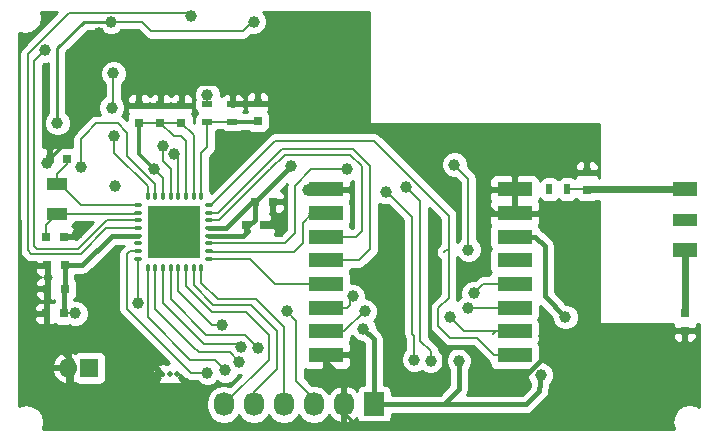
<source format=gbl>
G04 #@! TF.FileFunction,Copper,L2,Bot,Signal*
%FSLAX46Y46*%
G04 Gerber Fmt 4.6, Leading zero omitted, Abs format (unit mm)*
G04 Created by KiCad (PCBNEW 4.0.5+dfsg1-4~bpo8+1) date Tue Nov 21 17:33:29 2017*
%MOMM*%
%LPD*%
G01*
G04 APERTURE LIST*
%ADD10C,0.100000*%
%ADD11R,1.600000X1.600000*%
%ADD12O,1.600000X1.600000*%
%ADD13C,1.000000*%
%ADD14R,3.000000X1.300000*%
%ADD15R,2.000000X1.200000*%
%ADD16R,2.000000X1.100000*%
%ADD17R,0.750000X0.800000*%
%ADD18R,0.800000X0.750000*%
%ADD19R,1.727200X2.032000*%
%ADD20O,1.727200X2.032000*%
%ADD21R,0.900000X0.500000*%
%ADD22R,0.500000X0.900000*%
%ADD23C,0.500000*%
%ADD24O,0.800000X0.350000*%
%ADD25O,0.350000X0.800000*%
%ADD26R,4.400000X4.400000*%
%ADD27R,1.800000X1.000000*%
%ADD28C,0.600000*%
%ADD29C,0.200000*%
%ADD30C,0.250000*%
%ADD31C,0.350000*%
%ADD32C,0.300000*%
%ADD33C,0.400000*%
%ADD34C,0.254000*%
G04 APERTURE END LIST*
D10*
D11*
X93200000Y-89300000D03*
D12*
X91400000Y-89300000D03*
D13*
X109430000Y-77290000D03*
D14*
X113200000Y-74200000D03*
X113200000Y-76200000D03*
X113200000Y-78200000D03*
X113200000Y-80200000D03*
X113200000Y-82200000D03*
X113200000Y-84200000D03*
X113200000Y-86200000D03*
X113200000Y-88200000D03*
X129200000Y-88200000D03*
X129200000Y-86200000D03*
X129200000Y-84200000D03*
X129200000Y-82200000D03*
X129200000Y-80200000D03*
X129200000Y-78200000D03*
X129200000Y-76200000D03*
X129200000Y-74200000D03*
D13*
X93250000Y-82500000D03*
X133570000Y-76230000D03*
X133500000Y-78250000D03*
X133500000Y-79750000D03*
X114100000Y-64940000D03*
X114100000Y-63440000D03*
X114100000Y-61940000D03*
X112600000Y-64940000D03*
X112600000Y-63440000D03*
X112600000Y-61940000D03*
X111100000Y-64940000D03*
X111100000Y-63440000D03*
X111100000Y-61940000D03*
X139950000Y-91860000D03*
X139950000Y-90360000D03*
X139950000Y-88860000D03*
X138450000Y-91860000D03*
X138450000Y-90360000D03*
X138450000Y-88860000D03*
X136950000Y-91860000D03*
X136950000Y-90360000D03*
X136950000Y-88860000D03*
X116000000Y-67750000D03*
X116000000Y-66000000D03*
X116000000Y-64500000D03*
X116000000Y-63000000D03*
X116000000Y-61500000D03*
X116000000Y-60000000D03*
X89750000Y-90750000D03*
X89750000Y-89250000D03*
X101750000Y-79000000D03*
X101750000Y-76500000D03*
X99250000Y-79000000D03*
X99250000Y-76500000D03*
X133460000Y-69310000D03*
X133100000Y-72300000D03*
X135750000Y-82750000D03*
X135750000Y-81250000D03*
X135750000Y-79750000D03*
X135750000Y-78250000D03*
X135640000Y-76250000D03*
X133500000Y-81250000D03*
X135750000Y-84500000D03*
X131150000Y-69270000D03*
X135840000Y-71160000D03*
X135750000Y-69250000D03*
X135750000Y-86250000D03*
X141750000Y-86250000D03*
X140250000Y-86250000D03*
X138750000Y-86250000D03*
D15*
X143600000Y-74200000D03*
X143600000Y-79300000D03*
D16*
X143600000Y-76750000D03*
D17*
X99200000Y-68550000D03*
X99200000Y-67050000D03*
X101000000Y-68550000D03*
X101000000Y-67050000D03*
D18*
X91150000Y-80600000D03*
X89650000Y-80600000D03*
D17*
X97400000Y-68550000D03*
X97400000Y-67050000D03*
D18*
X107250000Y-75250000D03*
X108750000Y-75250000D03*
X106500000Y-77250000D03*
X108000000Y-77250000D03*
X91050000Y-84700000D03*
X89550000Y-84700000D03*
X91150000Y-82600000D03*
X89650000Y-82600000D03*
X91350000Y-71600000D03*
X89850000Y-71600000D03*
X89570000Y-78220000D03*
X91070000Y-78220000D03*
D17*
X143600000Y-84650000D03*
X143600000Y-86150000D03*
X135300000Y-74250000D03*
X135300000Y-72750000D03*
D19*
X117300000Y-92400000D03*
D20*
X114760000Y-92400000D03*
X112220000Y-92400000D03*
X109680000Y-92400000D03*
X107140000Y-92400000D03*
X104600000Y-92400000D03*
D21*
X103200000Y-66950000D03*
X103200000Y-68450000D03*
X105300000Y-68450000D03*
X105300000Y-66950000D03*
D22*
X132150000Y-74200000D03*
X133650000Y-74200000D03*
D23*
X99350000Y-89800000D03*
X100000000Y-89800000D03*
X100650000Y-89800000D03*
D24*
X97330000Y-80070000D03*
D25*
X98130000Y-74720000D03*
D24*
X103330000Y-80070000D03*
D25*
X98130000Y-80870000D03*
D24*
X97330000Y-79420000D03*
X97330000Y-78770000D03*
X97330000Y-78120000D03*
X97330000Y-77470000D03*
X97330000Y-76820000D03*
X97330000Y-76170000D03*
X97330000Y-75520000D03*
D25*
X102680000Y-80870000D03*
X102030000Y-80870000D03*
X101380000Y-80870000D03*
X100730000Y-80870000D03*
X100080000Y-80870000D03*
X99430000Y-80870000D03*
X98780000Y-80870000D03*
X98780000Y-74720000D03*
X99430000Y-74720000D03*
X100080000Y-74720000D03*
X100730000Y-74720000D03*
X101380000Y-74720000D03*
X102030000Y-74720000D03*
X102680000Y-74720000D03*
D24*
X103330000Y-75520000D03*
X103330000Y-76170000D03*
X103330000Y-76820000D03*
X103330000Y-77470000D03*
X103330000Y-78120000D03*
X103330000Y-78770000D03*
X103330000Y-79420000D03*
D26*
X100400000Y-77800000D03*
D27*
X90500000Y-76250000D03*
X90500000Y-73750000D03*
D13*
X137250000Y-86250000D03*
D17*
X107440000Y-68390000D03*
X107440000Y-66890000D03*
D13*
X103200000Y-66200000D03*
X94000000Y-60920000D03*
X92230000Y-77890000D03*
X109710000Y-67880000D03*
X111750000Y-74250000D03*
X122900000Y-72800000D03*
X95300000Y-84500000D03*
X95500000Y-89000000D03*
X89600000Y-72000000D03*
X103900000Y-73000000D03*
X131700000Y-86600000D03*
X132600000Y-92800000D03*
X100400000Y-77800000D03*
X119100000Y-89000000D03*
X131400000Y-72500000D03*
X107110000Y-60000000D03*
X90500000Y-68580000D03*
X95040000Y-60000000D03*
X110250000Y-72250000D03*
X98700000Y-72500000D03*
X131400000Y-89900000D03*
X124500000Y-88700000D03*
X95400000Y-73900000D03*
X92000000Y-84700000D03*
X116400000Y-86000000D03*
X104400000Y-85700000D03*
X133500000Y-85000000D03*
X95220000Y-64370000D03*
X95080000Y-67280000D03*
X109900000Y-84500000D03*
X95300000Y-69700000D03*
X103200000Y-89700000D03*
X104700000Y-89500000D03*
X92500000Y-72300000D03*
X125300000Y-79300000D03*
X124100000Y-72100000D03*
X97300000Y-83800000D03*
X116500000Y-84500000D03*
X115500000Y-83250000D03*
X115000000Y-72500000D03*
X123750000Y-85000000D03*
X105900000Y-88800000D03*
X120000000Y-74000000D03*
X99400000Y-70500000D03*
X122100000Y-88700000D03*
X118300000Y-74400000D03*
X100400000Y-71200000D03*
X120700000Y-88600000D03*
X125250000Y-84250000D03*
X106000000Y-87500000D03*
X125750000Y-83000000D03*
X107500000Y-87600000D03*
X101840000Y-59530000D03*
X89450000Y-62420000D03*
D28*
X143600000Y-74200000D02*
X135350000Y-74200000D01*
D29*
X135350000Y-74200000D02*
X135300000Y-74250000D01*
X133650000Y-74200000D02*
X135250000Y-74200000D01*
X135250000Y-74200000D02*
X135300000Y-74250000D01*
D28*
X143600000Y-84650000D02*
X143600000Y-79300000D01*
D29*
X103200000Y-66950000D02*
X103200000Y-66200000D01*
D30*
X94000000Y-60920000D02*
X94080000Y-60920000D01*
X96600000Y-63440000D02*
X111100000Y-63440000D01*
X94080000Y-60920000D02*
X96600000Y-63440000D01*
X89600000Y-72000000D02*
X89600000Y-71800000D01*
X89600000Y-71800000D02*
X92130000Y-69270000D01*
X92130000Y-62790000D02*
X94000000Y-60920000D01*
X92130000Y-69270000D02*
X92130000Y-62790000D01*
D29*
X92230000Y-77890000D02*
X91900000Y-78220000D01*
X91900000Y-78220000D02*
X91070000Y-78220000D01*
X105300000Y-66950000D02*
X105300000Y-66210000D01*
X105300000Y-66210000D02*
X104410000Y-65320000D01*
X101000000Y-67050000D02*
X101000000Y-66400000D01*
X101000000Y-66400000D02*
X102080000Y-65320000D01*
X102080000Y-65320000D02*
X104410000Y-65320000D01*
D31*
X109710000Y-67880000D02*
X109710000Y-68160000D01*
X104870000Y-73000000D02*
X103900000Y-73000000D01*
X109710000Y-68160000D02*
X104870000Y-73000000D01*
X107440000Y-66890000D02*
X108720000Y-66890000D01*
X108720000Y-66890000D02*
X109710000Y-67880000D01*
D32*
X107440000Y-66890000D02*
X105360000Y-66890000D01*
X105360000Y-66890000D02*
X105300000Y-66950000D01*
D33*
X108000000Y-77250000D02*
X109250000Y-77250000D01*
X109250000Y-77250000D02*
X109500000Y-77500000D01*
X108000000Y-77250000D02*
X108250000Y-77250000D01*
X108250000Y-77250000D02*
X108750000Y-76750000D01*
X108750000Y-76750000D02*
X108750000Y-75250000D01*
D29*
X113200000Y-74200000D02*
X111800000Y-74200000D01*
D33*
X111800000Y-74200000D02*
X111750000Y-74250000D01*
X129200000Y-76200000D02*
X131710000Y-76200000D01*
X131710000Y-76200000D02*
X135400000Y-79890000D01*
X95500000Y-90960000D02*
X96240000Y-91700000D01*
X96090000Y-91650000D02*
X96090000Y-91700000D01*
X96140000Y-91700000D02*
X96090000Y-91650000D01*
X96240000Y-91700000D02*
X96140000Y-91700000D01*
X95500000Y-89000000D02*
X95500000Y-90960000D01*
D32*
X114760000Y-92400000D02*
X114760000Y-93150000D01*
X114760000Y-93150000D02*
X115610000Y-94000000D01*
X131400000Y-94000000D02*
X132600000Y-92800000D01*
X115610000Y-94000000D02*
X131400000Y-94000000D01*
D33*
X89650000Y-82600000D02*
X89650000Y-80600000D01*
X89550000Y-84700000D02*
X89550000Y-82700000D01*
X89550000Y-82700000D02*
X89650000Y-82600000D01*
X89550000Y-84700000D02*
X89550000Y-86560000D01*
X89550000Y-86560000D02*
X89520000Y-86530000D01*
X91650000Y-88660000D02*
X91650000Y-89300000D01*
X89520000Y-86530000D02*
X91650000Y-88660000D01*
X129200000Y-76200000D02*
X127500000Y-76200000D01*
X127350000Y-72500000D02*
X131400000Y-72500000D01*
X126900000Y-72950000D02*
X127350000Y-72500000D01*
X126900000Y-75600000D02*
X126900000Y-72950000D01*
X127500000Y-76200000D02*
X126900000Y-75600000D01*
D29*
X106250000Y-66950000D02*
X105300000Y-66950000D01*
D33*
X105300000Y-66950000D02*
X106250000Y-66950000D01*
D29*
X131400000Y-72500000D02*
X131100000Y-72500000D01*
D33*
X131100000Y-72500000D02*
X128700000Y-70100000D01*
X128700000Y-70100000D02*
X124000000Y-70100000D01*
X124000000Y-70100000D02*
X122900000Y-71200000D01*
X122900000Y-71200000D02*
X122900000Y-72800000D01*
X136450000Y-86150000D02*
X143600000Y-86150000D01*
X135400000Y-85100000D02*
X136450000Y-86150000D01*
X135400000Y-79890000D02*
X135400000Y-85100000D01*
X135300000Y-72750000D02*
X131650000Y-72750000D01*
D29*
X131650000Y-72750000D02*
X131400000Y-72500000D01*
D33*
X95500000Y-84700000D02*
X95500000Y-89000000D01*
D29*
X95300000Y-84500000D02*
X95500000Y-84700000D01*
D33*
X99350000Y-89800000D02*
X98700000Y-89800000D01*
X97340000Y-91160000D02*
X96800000Y-91700000D01*
X96800000Y-91700000D02*
X96090000Y-91700000D01*
X98700000Y-89800000D02*
X97340000Y-91160000D01*
X91650000Y-91150000D02*
X91650000Y-89300000D01*
X95500000Y-91700000D02*
X92200000Y-91700000D01*
X92200000Y-91700000D02*
X91650000Y-91150000D01*
X96090000Y-91700000D02*
X95500000Y-91700000D01*
D29*
X89600000Y-72000000D02*
X89850000Y-71750000D01*
X89850000Y-71750000D02*
X89850000Y-71600000D01*
D33*
X128800000Y-90100000D02*
X130000000Y-90100000D01*
X131700000Y-88400000D02*
X131700000Y-86600000D01*
X130000000Y-90100000D02*
X131700000Y-88400000D01*
X119100000Y-89000000D02*
X120500000Y-90400000D01*
X127500000Y-90100000D02*
X128800000Y-90100000D01*
X124900000Y-87500000D02*
X127500000Y-90100000D01*
X123900000Y-87500000D02*
X124900000Y-87500000D01*
X123200000Y-88200000D02*
X123900000Y-87500000D01*
X123200000Y-89400000D02*
X123200000Y-88200000D01*
X122200000Y-90400000D02*
X123200000Y-89400000D01*
X120500000Y-90400000D02*
X122200000Y-90400000D01*
X131700000Y-86600000D02*
X132600000Y-87500000D01*
X132600000Y-87500000D02*
X132600000Y-92800000D01*
D29*
X89650000Y-80450000D02*
X89650000Y-80600000D01*
D33*
X99200000Y-67050000D02*
X97400000Y-67050000D01*
X101000000Y-67050000D02*
X99200000Y-67050000D01*
D29*
X89550000Y-82700000D02*
X89650000Y-82600000D01*
X113200000Y-88200000D02*
X113200000Y-88800000D01*
D33*
X113200000Y-88800000D02*
X114760000Y-90360000D01*
X114760000Y-90360000D02*
X114760000Y-92400000D01*
D30*
X90500000Y-68580000D02*
X90500000Y-62250000D01*
X92750000Y-60000000D02*
X95040000Y-60000000D01*
X90500000Y-62250000D02*
X92750000Y-60000000D01*
D29*
X95040000Y-60000000D02*
X97640000Y-60000000D01*
X97640000Y-60000000D02*
X98440000Y-60800000D01*
X98440000Y-60800000D02*
X106210000Y-60800000D01*
X106210000Y-60800000D02*
X107010000Y-60000000D01*
X107010000Y-60000000D02*
X107110000Y-60000000D01*
D33*
X107250000Y-75250000D02*
X110250000Y-72250000D01*
X107250000Y-75250000D02*
X107000000Y-75250000D01*
X107000000Y-75250000D02*
X104780000Y-77470000D01*
X104780000Y-77470000D02*
X103330000Y-77470000D01*
X106500000Y-77250000D02*
X106750000Y-77250000D01*
X106750000Y-77250000D02*
X107250000Y-76750000D01*
X107250000Y-76750000D02*
X107250000Y-75250000D01*
X103330000Y-78120000D02*
X106230000Y-78120000D01*
X106230000Y-78120000D02*
X106500000Y-77850000D01*
X106500000Y-77850000D02*
X106500000Y-77250000D01*
X106750000Y-77250000D02*
X107250000Y-76750000D01*
X107250000Y-76750000D02*
X107250000Y-75250000D01*
X106230000Y-78120000D02*
X106500000Y-77850000D01*
X106500000Y-77850000D02*
X106650000Y-77700000D01*
X124500000Y-88700000D02*
X124500000Y-91100000D01*
X124500000Y-91100000D02*
X123200000Y-92400000D01*
D29*
X99430000Y-73700000D02*
X99430000Y-73230000D01*
X99430000Y-74720000D02*
X99430000Y-73700000D01*
X99430000Y-73230000D02*
X98700000Y-72500000D01*
D32*
X97400000Y-71200000D02*
X97400000Y-68550000D01*
X98700000Y-72500000D02*
X97400000Y-71200000D01*
X106650000Y-77350000D02*
X106650000Y-77700000D01*
D33*
X117300000Y-92400000D02*
X123200000Y-92400000D01*
X123200000Y-92400000D02*
X130200000Y-92400000D01*
X130200000Y-92400000D02*
X131300000Y-91300000D01*
X131300000Y-91300000D02*
X131400000Y-89900000D01*
D29*
X95400000Y-74000000D02*
X95400000Y-73900000D01*
X92000000Y-84700000D02*
X91050000Y-84700000D01*
D33*
X91050000Y-84700000D02*
X91050000Y-82700000D01*
D29*
X91050000Y-82700000D02*
X91150000Y-82600000D01*
D33*
X91150000Y-82600000D02*
X91150000Y-80600000D01*
X117300000Y-92400000D02*
X117300000Y-86900000D01*
X117300000Y-86900000D02*
X116400000Y-86000000D01*
D29*
X101380000Y-74720000D02*
X101380000Y-70080000D01*
X100350000Y-69700000D02*
X99200000Y-68550000D01*
X101000000Y-69700000D02*
X100350000Y-69700000D01*
X101380000Y-70080000D02*
X101000000Y-69700000D01*
X102030000Y-74720000D02*
X102030000Y-69580000D01*
X102030000Y-69580000D02*
X101000000Y-68550000D01*
X99200000Y-68550000D02*
X101000000Y-68550000D01*
X97400000Y-68550000D02*
X99200000Y-68550000D01*
X104400000Y-85700000D02*
X103600000Y-85700000D01*
X103600000Y-85700000D02*
X103100000Y-85200000D01*
X100730000Y-80870000D02*
X100730000Y-82830000D01*
X100730000Y-82830000D02*
X103100000Y-85200000D01*
X106650000Y-77700000D02*
X106650000Y-77350000D01*
D33*
X97330000Y-78120000D02*
X95080000Y-78120000D01*
X92600000Y-80600000D02*
X91150000Y-80600000D01*
X95080000Y-78120000D02*
X92600000Y-80600000D01*
D29*
X97330000Y-75520000D02*
X92500000Y-75520000D01*
X92500000Y-75520000D02*
X90730000Y-73750000D01*
X90730000Y-73750000D02*
X90500000Y-73750000D01*
X91350000Y-71600000D02*
X91350000Y-72050000D01*
X90500000Y-72900000D02*
X90500000Y-73750000D01*
X91350000Y-72050000D02*
X90500000Y-72900000D01*
X89570000Y-78220000D02*
X89570000Y-77180000D01*
X89570000Y-77180000D02*
X90500000Y-76250000D01*
X90500000Y-76250000D02*
X97250000Y-76250000D01*
X97250000Y-76250000D02*
X97330000Y-76170000D01*
X90580000Y-76170000D02*
X90500000Y-76250000D01*
D33*
X129200000Y-78200000D02*
X130950000Y-78200000D01*
X131750000Y-83250000D02*
X133500000Y-85000000D01*
X131750000Y-79000000D02*
X131750000Y-83250000D01*
X130950000Y-78200000D02*
X131750000Y-79000000D01*
D29*
X95220000Y-67140000D02*
X95220000Y-64370000D01*
X95080000Y-67280000D02*
X95220000Y-67140000D01*
X98130000Y-74720000D02*
X98130000Y-73930000D01*
X95300000Y-71100000D02*
X95300000Y-69700000D01*
X98130000Y-73930000D02*
X95300000Y-71100000D01*
X110700000Y-90400000D02*
X110700000Y-85300000D01*
X110700000Y-85300000D02*
X109900000Y-84500000D01*
X112220000Y-92400000D02*
X112220000Y-91920000D01*
X112220000Y-91920000D02*
X110700000Y-90400000D01*
X98130000Y-74720000D02*
X98130000Y-74330000D01*
X112220000Y-91920000D02*
X111300000Y-91000000D01*
X111300000Y-91000000D02*
X110700000Y-90400000D01*
X112220000Y-93280000D02*
X112220000Y-92400000D01*
X102680000Y-80870000D02*
X102680000Y-82080000D01*
X109680000Y-85880000D02*
X109680000Y-92400000D01*
X107300000Y-83500000D02*
X109680000Y-85880000D01*
X104100000Y-83500000D02*
X107300000Y-83500000D01*
X102680000Y-82080000D02*
X104100000Y-83500000D01*
X107140000Y-92400000D02*
X107140000Y-91360000D01*
X102030000Y-82330000D02*
X102030000Y-80870000D01*
X103700000Y-84000000D02*
X102030000Y-82330000D01*
X106900000Y-84000000D02*
X103700000Y-84000000D01*
X109100000Y-86200000D02*
X106900000Y-84000000D01*
X109100000Y-89400000D02*
X109100000Y-86200000D01*
X107140000Y-91360000D02*
X109100000Y-89400000D01*
X104600000Y-92400000D02*
X108400000Y-88600000D01*
X101380000Y-82380000D02*
X101380000Y-80870000D01*
X103600000Y-84600000D02*
X101380000Y-82380000D01*
X106500000Y-84600000D02*
X103600000Y-84600000D01*
X108400000Y-86500000D02*
X106500000Y-84600000D01*
X108400000Y-88600000D02*
X108400000Y-86500000D01*
X102600000Y-89700000D02*
X103200000Y-89700000D01*
X97330000Y-79420000D02*
X96680000Y-79420000D01*
X101800000Y-89700000D02*
X102600000Y-89700000D01*
X96400000Y-84300000D02*
X101800000Y-89700000D01*
X96400000Y-79700000D02*
X96400000Y-84300000D01*
X96680000Y-79420000D02*
X96400000Y-79700000D01*
X103100000Y-88650000D02*
X103850000Y-88650000D01*
X103850000Y-88650000D02*
X104700000Y-89500000D01*
X102900000Y-88650000D02*
X103100000Y-88650000D01*
X101750000Y-88650000D02*
X102900000Y-88650000D01*
X98130000Y-85030000D02*
X98130000Y-84430000D01*
X101750000Y-88650000D02*
X98130000Y-85030000D01*
X98130000Y-80870000D02*
X98130000Y-84430000D01*
D32*
X105300000Y-68450000D02*
X107380000Y-68450000D01*
X107380000Y-68450000D02*
X107440000Y-68390000D01*
D29*
X102680000Y-74720000D02*
X102680000Y-71120000D01*
X103200000Y-70600000D02*
X103200000Y-68450000D01*
X102680000Y-71120000D02*
X103200000Y-70600000D01*
X103200000Y-68450000D02*
X105300000Y-68450000D01*
X95300000Y-68600000D02*
X95600000Y-68600000D01*
X95600000Y-68600000D02*
X96400000Y-69400000D01*
X92500000Y-72300000D02*
X92500000Y-69900000D01*
X92500000Y-69900000D02*
X92800000Y-69600000D01*
X93800000Y-68600000D02*
X95300000Y-68600000D01*
X92800000Y-69600000D02*
X93800000Y-68600000D01*
X98780000Y-73780000D02*
X96400000Y-71400000D01*
X96400000Y-71400000D02*
X96400000Y-69400000D01*
X98780000Y-74720000D02*
X98780000Y-73780000D01*
X125300000Y-73300000D02*
X125300000Y-79300000D01*
X124100000Y-72100000D02*
X125300000Y-73300000D01*
X97330000Y-80070000D02*
X97330000Y-83770000D01*
X97330000Y-83770000D02*
X97300000Y-83800000D01*
X113200000Y-86200000D02*
X114800000Y-86200000D01*
X114800000Y-86200000D02*
X116500000Y-84500000D01*
X113200000Y-86200000D02*
X114700000Y-86200000D01*
X103330000Y-80070000D02*
X106770000Y-80070000D01*
X108900000Y-82200000D02*
X113200000Y-82200000D01*
X106770000Y-80070000D02*
X108900000Y-82200000D01*
X123610000Y-79330000D02*
X123610000Y-83390000D01*
X127450000Y-88200000D02*
X129200000Y-88200000D01*
X126000000Y-86750000D02*
X127450000Y-88200000D01*
X123750000Y-86750000D02*
X126000000Y-86750000D01*
X122750000Y-85750000D02*
X123750000Y-86750000D01*
X122750000Y-84250000D02*
X122750000Y-85750000D01*
X123610000Y-83390000D02*
X122750000Y-84250000D01*
X123670000Y-79330000D02*
X123610000Y-79330000D01*
X123610000Y-79330000D02*
X123420000Y-79330000D01*
X123420000Y-79330000D02*
X123250000Y-79500000D01*
X123670000Y-79330000D02*
X123610000Y-79270000D01*
X123610000Y-79270000D02*
X123610000Y-76410000D01*
X118100000Y-70900000D02*
X117300000Y-70100000D01*
X117300000Y-70100000D02*
X109300000Y-70100000D01*
X118100000Y-70900000D02*
X123610000Y-76410000D01*
X108900000Y-70100000D02*
X108300000Y-70700000D01*
X103480000Y-75520000D02*
X108300000Y-70700000D01*
X109300000Y-70100000D02*
X108900000Y-70100000D01*
X103330000Y-75520000D02*
X103480000Y-75520000D01*
X110625000Y-73875000D02*
X110625000Y-77875000D01*
X110625000Y-73875000D02*
X112000000Y-72500000D01*
X110625000Y-77875000D02*
X109730000Y-78770000D01*
X109730000Y-78770000D02*
X109480000Y-78770000D01*
X112500000Y-72500000D02*
X115000000Y-72500000D01*
X115050000Y-84200000D02*
X113200000Y-84200000D01*
X115250000Y-84000000D02*
X115050000Y-84200000D01*
X115250000Y-83500000D02*
X115250000Y-84000000D01*
X115500000Y-83250000D02*
X115250000Y-83500000D01*
X112000000Y-72500000D02*
X112500000Y-72500000D01*
X103330000Y-78770000D02*
X109480000Y-78770000D01*
X124950000Y-86200000D02*
X129200000Y-86200000D01*
X123750000Y-85000000D02*
X124950000Y-86200000D01*
X129200000Y-86200000D02*
X127600000Y-86200000D01*
X127600000Y-86200000D02*
X127400000Y-86400000D01*
X127400000Y-86400000D02*
X127600000Y-86200000D01*
X103900000Y-88000000D02*
X105100000Y-88000000D01*
X105100000Y-88000000D02*
X105900000Y-88800000D01*
X98780000Y-84280000D02*
X102000000Y-87500000D01*
X98780000Y-80870000D02*
X98780000Y-84280000D01*
X102000000Y-87500000D02*
X102500000Y-88000000D01*
X102500000Y-88000000D02*
X103900000Y-88000000D01*
X121200000Y-87000000D02*
X121200000Y-75200000D01*
X121200000Y-75200000D02*
X120000000Y-74000000D01*
X100080000Y-74720000D02*
X100080000Y-72480000D01*
X99400000Y-71800000D02*
X99400000Y-70500000D01*
X100080000Y-72480000D02*
X99400000Y-71800000D01*
X122100000Y-88700000D02*
X122100000Y-87900000D01*
X122100000Y-87900000D02*
X121200000Y-87000000D01*
X118300000Y-74400000D02*
X118400000Y-74400000D01*
X118400000Y-74400000D02*
X120500000Y-76500000D01*
X120500000Y-86400000D02*
X120500000Y-76500000D01*
X120500000Y-76500000D02*
X119000000Y-75000000D01*
X119000000Y-75000000D02*
X118800000Y-74800000D01*
X100730000Y-74720000D02*
X100730000Y-71530000D01*
X100730000Y-71530000D02*
X100400000Y-71200000D01*
X120700000Y-88600000D02*
X120700000Y-86600000D01*
X120700000Y-86600000D02*
X120500000Y-86400000D01*
X117000000Y-73250000D02*
X117000000Y-72250000D01*
X109500000Y-70750000D02*
X109000000Y-71250000D01*
X115500000Y-70750000D02*
X109500000Y-70750000D01*
X117000000Y-72250000D02*
X115500000Y-70750000D01*
X103330000Y-76170000D02*
X104080000Y-76170000D01*
X104080000Y-76170000D02*
X109000000Y-71250000D01*
X116050000Y-80200000D02*
X113200000Y-80200000D01*
X117000000Y-79250000D02*
X116050000Y-80200000D01*
X117000000Y-73250000D02*
X117000000Y-79250000D01*
X108500000Y-72500000D02*
X109750000Y-71250000D01*
X116250000Y-72250000D02*
X116250000Y-74250000D01*
X115250000Y-71250000D02*
X116250000Y-72250000D01*
X109750000Y-71250000D02*
X115250000Y-71250000D01*
X103330000Y-76820000D02*
X104180000Y-76820000D01*
X115800000Y-78200000D02*
X113200000Y-78200000D01*
X116250000Y-77750000D02*
X115800000Y-78200000D01*
X116250000Y-74250000D02*
X116250000Y-77750000D01*
X104180000Y-76820000D02*
X108500000Y-72500000D01*
X111250000Y-77000000D02*
X111250000Y-78750000D01*
X111250000Y-78750000D02*
X110500000Y-79500000D01*
X110500000Y-79500000D02*
X110000000Y-79500000D01*
X108000000Y-79500000D02*
X103500000Y-79500000D01*
X110000000Y-79500000D02*
X108000000Y-79500000D01*
X113200000Y-76200000D02*
X112050000Y-76200000D01*
X112050000Y-76200000D02*
X111250000Y-77000000D01*
X103500000Y-79500000D02*
X103330000Y-79420000D01*
X113200000Y-76200000D02*
X111830000Y-76200000D01*
X129200000Y-84200000D02*
X125300000Y-84200000D01*
X125300000Y-84200000D02*
X125250000Y-84250000D01*
X105800000Y-87300000D02*
X106000000Y-87500000D01*
X102900000Y-87300000D02*
X105100000Y-87300000D01*
X99430000Y-80870000D02*
X99430000Y-83830000D01*
X99430000Y-83830000D02*
X102900000Y-87300000D01*
X105100000Y-87300000D02*
X105800000Y-87300000D01*
X126550000Y-82200000D02*
X129200000Y-82200000D01*
X125750000Y-83000000D02*
X126550000Y-82200000D01*
X106400000Y-86500000D02*
X107500000Y-87600000D01*
X103300000Y-86500000D02*
X106400000Y-86500000D01*
D31*
X129500000Y-82500000D02*
X129200000Y-82200000D01*
D29*
X103100000Y-86500000D02*
X103300000Y-86500000D01*
X100080000Y-80870000D02*
X100080000Y-83480000D01*
X100080000Y-83480000D02*
X103100000Y-86500000D01*
X92410000Y-79630000D02*
X92460000Y-79630000D01*
X92460000Y-79630000D02*
X94620000Y-77470000D01*
X88030000Y-79360000D02*
X88030000Y-79140000D01*
X88300000Y-79630000D02*
X88030000Y-79360000D01*
X92410000Y-79630000D02*
X88300000Y-79630000D01*
X97330000Y-77470000D02*
X94620000Y-77470000D01*
X88030000Y-76720000D02*
X88000000Y-76690000D01*
X88000000Y-76690000D02*
X88000000Y-62710000D01*
X88000000Y-62710000D02*
X91490000Y-59220000D01*
X91490000Y-59220000D02*
X100280000Y-59220000D01*
X88030000Y-79140000D02*
X88030000Y-76720000D01*
X100280000Y-59220000D02*
X101530000Y-59220000D01*
X101530000Y-59220000D02*
X101840000Y-59530000D01*
X100280000Y-59220000D02*
X100290000Y-59220000D01*
X92170000Y-79270000D02*
X92240000Y-79270000D01*
X92240000Y-79270000D02*
X94690000Y-76820000D01*
X88530000Y-79020000D02*
X88530000Y-78650000D01*
X88780000Y-79270000D02*
X88530000Y-79020000D01*
X92170000Y-79270000D02*
X88780000Y-79270000D01*
X97330000Y-76820000D02*
X94690000Y-76820000D01*
X88530000Y-78650000D02*
X88530000Y-76600000D01*
X88530000Y-63340000D02*
X89450000Y-62420000D01*
X88530000Y-76600000D02*
X88530000Y-63340000D01*
D34*
G36*
X87480277Y-62190277D02*
X87320949Y-62428728D01*
X87265000Y-62710000D01*
X87265000Y-76690000D01*
X87295000Y-76840819D01*
X87295000Y-79360000D01*
X87332794Y-79550000D01*
X87350949Y-79641272D01*
X87510277Y-79879723D01*
X87780277Y-80149724D01*
X88018728Y-80309051D01*
X88300000Y-80365000D01*
X88665750Y-80365000D01*
X88773750Y-80473000D01*
X89523000Y-80473000D01*
X89523000Y-80453000D01*
X89777000Y-80453000D01*
X89777000Y-80473000D01*
X89797000Y-80473000D01*
X89797000Y-80727000D01*
X89777000Y-80727000D01*
X89777000Y-81451250D01*
X89925750Y-81600000D01*
X89777000Y-81748750D01*
X89777000Y-82473000D01*
X89797000Y-82473000D01*
X89797000Y-82727000D01*
X89777000Y-82727000D01*
X89777000Y-83451250D01*
X89935750Y-83610000D01*
X90176309Y-83610000D01*
X90215000Y-83593974D01*
X90215000Y-83747448D01*
X90076309Y-83690000D01*
X89835750Y-83690000D01*
X89677000Y-83848750D01*
X89677000Y-84573000D01*
X89697000Y-84573000D01*
X89697000Y-84827000D01*
X89677000Y-84827000D01*
X89677000Y-85551250D01*
X89835750Y-85710000D01*
X90076309Y-85710000D01*
X90309698Y-85613327D01*
X90311068Y-85611957D01*
X90398110Y-85671431D01*
X90650000Y-85722440D01*
X91450000Y-85722440D01*
X91486228Y-85715623D01*
X91773244Y-85834803D01*
X92224775Y-85835197D01*
X92642086Y-85662767D01*
X92961645Y-85343765D01*
X93134803Y-84926756D01*
X93135197Y-84475225D01*
X92962767Y-84057914D01*
X92643765Y-83738355D01*
X92226756Y-83565197D01*
X91885000Y-83564899D01*
X91885000Y-83514018D01*
X92001441Y-83439090D01*
X92146431Y-83226890D01*
X92197440Y-82975000D01*
X92197440Y-82225000D01*
X92153162Y-81989683D01*
X92014090Y-81773559D01*
X91985000Y-81753683D01*
X91985000Y-81449669D01*
X92001441Y-81439090D01*
X92004236Y-81435000D01*
X92600000Y-81435000D01*
X92919541Y-81371439D01*
X93190434Y-81190434D01*
X95425868Y-78955000D01*
X96105553Y-78955000D01*
X95880277Y-79180277D01*
X95720949Y-79418728D01*
X95665000Y-79700000D01*
X95665000Y-84300000D01*
X95719304Y-84573000D01*
X95720949Y-84581272D01*
X95880277Y-84819723D01*
X99973760Y-88913207D01*
X99736743Y-88936917D01*
X99659414Y-88968948D01*
X99437070Y-88901872D01*
X99086743Y-88936917D01*
X98925860Y-89003558D01*
X98920075Y-89193298D01*
X99180169Y-89453392D01*
X99101872Y-89712930D01*
X99103619Y-89730396D01*
X98743298Y-89370075D01*
X98553558Y-89375860D01*
X98451872Y-89712930D01*
X98486917Y-90063257D01*
X98553558Y-90224140D01*
X98743298Y-90229925D01*
X99116279Y-89856944D01*
X99136917Y-90063257D01*
X99173999Y-90152778D01*
X98920075Y-90406702D01*
X98925860Y-90596442D01*
X99262930Y-90698128D01*
X99613257Y-90663083D01*
X99690586Y-90631052D01*
X99912930Y-90698128D01*
X100263257Y-90663083D01*
X100340586Y-90631052D01*
X100562930Y-90698128D01*
X100913257Y-90663083D01*
X101074140Y-90596442D01*
X101079925Y-90406702D01*
X100819831Y-90146608D01*
X100898128Y-89887070D01*
X100896381Y-89869604D01*
X101256702Y-90229925D01*
X101293849Y-90228792D01*
X101348040Y-90265001D01*
X101518728Y-90379051D01*
X101800000Y-90435000D01*
X102329985Y-90435000D01*
X102556235Y-90661645D01*
X102973244Y-90834803D01*
X103424775Y-90835197D01*
X103842086Y-90662767D01*
X104049908Y-90455307D01*
X104056235Y-90461645D01*
X104473244Y-90634803D01*
X104924775Y-90635197D01*
X105342086Y-90462767D01*
X105661645Y-90143765D01*
X105748387Y-89934869D01*
X106025443Y-89935110D01*
X105137069Y-90823485D01*
X104600000Y-90716655D01*
X104026511Y-90830729D01*
X103540330Y-91155585D01*
X103215474Y-91641766D01*
X103101400Y-92215255D01*
X103101400Y-92584745D01*
X103215474Y-93158234D01*
X103540330Y-93644415D01*
X104026511Y-93969271D01*
X104600000Y-94083345D01*
X105173489Y-93969271D01*
X105659670Y-93644415D01*
X105870000Y-93329634D01*
X106080330Y-93644415D01*
X106566511Y-93969271D01*
X107140000Y-94083345D01*
X107713489Y-93969271D01*
X108199670Y-93644415D01*
X108410000Y-93329634D01*
X108620330Y-93644415D01*
X109106511Y-93969271D01*
X109680000Y-94083345D01*
X110253489Y-93969271D01*
X110739670Y-93644415D01*
X110950000Y-93329634D01*
X111160330Y-93644415D01*
X111646511Y-93969271D01*
X112220000Y-94083345D01*
X112793489Y-93969271D01*
X113279670Y-93644415D01*
X113486461Y-93334931D01*
X113857964Y-93750732D01*
X114385209Y-94004709D01*
X114400974Y-94007358D01*
X114633000Y-93886217D01*
X114633000Y-92527000D01*
X114613000Y-92527000D01*
X114613000Y-92273000D01*
X114633000Y-92273000D01*
X114633000Y-90913783D01*
X114400974Y-90792642D01*
X114385209Y-90795291D01*
X113857964Y-91049268D01*
X113486461Y-91465069D01*
X113279670Y-91155585D01*
X112793489Y-90830729D01*
X112220000Y-90716655D01*
X112083294Y-90743847D01*
X111819724Y-90480278D01*
X111819723Y-90480276D01*
X111435000Y-90095554D01*
X111435000Y-89427552D01*
X111573691Y-89485000D01*
X112914250Y-89485000D01*
X113073000Y-89326250D01*
X113073000Y-88327000D01*
X113327000Y-88327000D01*
X113327000Y-89326250D01*
X113485750Y-89485000D01*
X114826309Y-89485000D01*
X115059698Y-89388327D01*
X115238327Y-89209699D01*
X115335000Y-88976310D01*
X115335000Y-88485750D01*
X115176250Y-88327000D01*
X113327000Y-88327000D01*
X113073000Y-88327000D01*
X113053000Y-88327000D01*
X113053000Y-88073000D01*
X113073000Y-88073000D01*
X113073000Y-88053000D01*
X113327000Y-88053000D01*
X113327000Y-88073000D01*
X115176250Y-88073000D01*
X115335000Y-87914250D01*
X115335000Y-87423690D01*
X115238327Y-87190301D01*
X115236958Y-87188932D01*
X115296431Y-87101890D01*
X115347440Y-86850000D01*
X115347440Y-86692006D01*
X115425575Y-86613871D01*
X115437233Y-86642086D01*
X115756235Y-86961645D01*
X116173244Y-87134803D01*
X116354093Y-87134961D01*
X116465000Y-87245868D01*
X116465000Y-90736560D01*
X116436400Y-90736560D01*
X116201083Y-90780838D01*
X115984959Y-90919910D01*
X115839969Y-91132110D01*
X115820768Y-91226927D01*
X115662036Y-91049268D01*
X115134791Y-90795291D01*
X115119026Y-90792642D01*
X114887000Y-90913783D01*
X114887000Y-92273000D01*
X114907000Y-92273000D01*
X114907000Y-92527000D01*
X114887000Y-92527000D01*
X114887000Y-93886217D01*
X115119026Y-94007358D01*
X115134791Y-94004709D01*
X115662036Y-93750732D01*
X115818907Y-93575155D01*
X115833238Y-93651317D01*
X115972310Y-93867441D01*
X116184510Y-94012431D01*
X116436400Y-94063440D01*
X118163600Y-94063440D01*
X118398917Y-94019162D01*
X118615041Y-93880090D01*
X118760031Y-93667890D01*
X118811040Y-93416000D01*
X118811040Y-93235000D01*
X130200000Y-93235000D01*
X130519541Y-93171439D01*
X130790434Y-92990434D01*
X131890434Y-91890434D01*
X131964706Y-91779278D01*
X132046712Y-91673692D01*
X132054687Y-91644611D01*
X132071439Y-91619540D01*
X132097520Y-91488421D01*
X132132878Y-91359491D01*
X132178053Y-90727037D01*
X132361645Y-90543765D01*
X132534803Y-90126756D01*
X132535197Y-89675225D01*
X132362767Y-89257914D01*
X132043765Y-88938355D01*
X131626756Y-88765197D01*
X131347440Y-88764953D01*
X131347440Y-87550000D01*
X131303162Y-87314683D01*
X131229380Y-87200022D01*
X131296431Y-87101890D01*
X131347440Y-86850000D01*
X131347440Y-86435750D01*
X142590000Y-86435750D01*
X142590000Y-86676309D01*
X142686673Y-86909698D01*
X142865301Y-87088327D01*
X143098690Y-87185000D01*
X143314250Y-87185000D01*
X143473000Y-87026250D01*
X143473000Y-86277000D01*
X143727000Y-86277000D01*
X143727000Y-87026250D01*
X143885750Y-87185000D01*
X144101310Y-87185000D01*
X144334699Y-87088327D01*
X144513327Y-86909698D01*
X144610000Y-86676309D01*
X144610000Y-86435750D01*
X144451250Y-86277000D01*
X143727000Y-86277000D01*
X143473000Y-86277000D01*
X142748750Y-86277000D01*
X142590000Y-86435750D01*
X131347440Y-86435750D01*
X131347440Y-85550000D01*
X131303162Y-85314683D01*
X131229380Y-85200022D01*
X131296431Y-85101890D01*
X131347440Y-84850000D01*
X131347440Y-84028308D01*
X132364959Y-85045827D01*
X132364803Y-85224775D01*
X132537233Y-85642086D01*
X132856235Y-85961645D01*
X133273244Y-86134803D01*
X133724775Y-86135197D01*
X134142086Y-85962767D01*
X134461645Y-85643765D01*
X134634803Y-85226756D01*
X134635197Y-84775225D01*
X134462767Y-84357914D01*
X134143765Y-84038355D01*
X133726756Y-83865197D01*
X133545907Y-83865039D01*
X132585000Y-82904132D01*
X132585000Y-79000000D01*
X132521439Y-78680459D01*
X132340434Y-78409566D01*
X131540434Y-77609566D01*
X131458770Y-77555000D01*
X131332506Y-77470633D01*
X131303162Y-77314683D01*
X131236672Y-77211354D01*
X131238327Y-77209699D01*
X131335000Y-76976310D01*
X131335000Y-76485750D01*
X131176250Y-76327000D01*
X129327000Y-76327000D01*
X129327000Y-76347000D01*
X129073000Y-76347000D01*
X129073000Y-76327000D01*
X127223750Y-76327000D01*
X127065000Y-76485750D01*
X127065000Y-76976310D01*
X127161673Y-77209699D01*
X127163042Y-77211068D01*
X127103569Y-77298110D01*
X127052560Y-77550000D01*
X127052560Y-78850000D01*
X127096838Y-79085317D01*
X127170620Y-79199978D01*
X127103569Y-79298110D01*
X127052560Y-79550000D01*
X127052560Y-80850000D01*
X127096838Y-81085317D01*
X127170620Y-81199978D01*
X127103569Y-81298110D01*
X127069773Y-81465000D01*
X126550000Y-81465000D01*
X126268728Y-81520949D01*
X126030277Y-81680276D01*
X125845471Y-81865082D01*
X125525225Y-81864803D01*
X125107914Y-82037233D01*
X124788355Y-82356235D01*
X124615197Y-82773244D01*
X124614803Y-83224775D01*
X124635842Y-83275693D01*
X124607914Y-83287233D01*
X124305366Y-83589254D01*
X124345000Y-83390000D01*
X124345000Y-79949867D01*
X124656235Y-80261645D01*
X125073244Y-80434803D01*
X125524775Y-80435197D01*
X125942086Y-80262767D01*
X126261645Y-79943765D01*
X126434803Y-79526756D01*
X126435197Y-79075225D01*
X126262767Y-78657914D01*
X126035000Y-78429749D01*
X126035000Y-74485750D01*
X127065000Y-74485750D01*
X127065000Y-74976310D01*
X127157656Y-75200000D01*
X127065000Y-75423690D01*
X127065000Y-75914250D01*
X127223750Y-76073000D01*
X129073000Y-76073000D01*
X129073000Y-74327000D01*
X127223750Y-74327000D01*
X127065000Y-74485750D01*
X126035000Y-74485750D01*
X126035000Y-73423690D01*
X127065000Y-73423690D01*
X127065000Y-73914250D01*
X127223750Y-74073000D01*
X129073000Y-74073000D01*
X129073000Y-73073750D01*
X128914250Y-72915000D01*
X127573691Y-72915000D01*
X127340302Y-73011673D01*
X127161673Y-73190301D01*
X127065000Y-73423690D01*
X126035000Y-73423690D01*
X126035000Y-73300000D01*
X125979051Y-73018728D01*
X125966352Y-72999723D01*
X125819723Y-72780276D01*
X125263138Y-72223691D01*
X134290000Y-72223691D01*
X134290000Y-72464250D01*
X134448750Y-72623000D01*
X135173000Y-72623000D01*
X135173000Y-71873750D01*
X135427000Y-71873750D01*
X135427000Y-72623000D01*
X136151250Y-72623000D01*
X136310000Y-72464250D01*
X136310000Y-72223691D01*
X136213327Y-71990302D01*
X136034699Y-71811673D01*
X135801310Y-71715000D01*
X135585750Y-71715000D01*
X135427000Y-71873750D01*
X135173000Y-71873750D01*
X135014250Y-71715000D01*
X134798690Y-71715000D01*
X134565301Y-71811673D01*
X134386673Y-71990302D01*
X134290000Y-72223691D01*
X125263138Y-72223691D01*
X125234918Y-72195471D01*
X125235197Y-71875225D01*
X125062767Y-71457914D01*
X124743765Y-71138355D01*
X124326756Y-70965197D01*
X123875225Y-70964803D01*
X123457914Y-71137233D01*
X123138355Y-71456235D01*
X122965197Y-71873244D01*
X122964803Y-72324775D01*
X123137233Y-72742086D01*
X123456235Y-73061645D01*
X123873244Y-73234803D01*
X124195638Y-73235084D01*
X124565000Y-73604447D01*
X124565000Y-78429985D01*
X124345000Y-78649602D01*
X124345000Y-76410000D01*
X124289051Y-76128728D01*
X124210354Y-76010949D01*
X124129724Y-75890277D01*
X118619726Y-70380280D01*
X118619724Y-70380277D01*
X117819723Y-69580277D01*
X117581272Y-69420949D01*
X117570106Y-69418728D01*
X117300000Y-69365000D01*
X108900000Y-69365000D01*
X108629894Y-69418728D01*
X108618728Y-69420949D01*
X108380276Y-69580277D01*
X107780279Y-70180275D01*
X107780276Y-70180277D01*
X103489308Y-74471246D01*
X103428342Y-74164749D01*
X103415000Y-74144781D01*
X103415000Y-71424446D01*
X103719723Y-71119724D01*
X103879051Y-70881272D01*
X103885083Y-70850949D01*
X103935000Y-70600000D01*
X103935000Y-69271192D01*
X104068946Y-69185000D01*
X104435025Y-69185000D01*
X104598110Y-69296431D01*
X104850000Y-69347440D01*
X105750000Y-69347440D01*
X105985317Y-69303162D01*
X106091244Y-69235000D01*
X106596765Y-69235000D01*
X106600910Y-69241441D01*
X106813110Y-69386431D01*
X107065000Y-69437440D01*
X107815000Y-69437440D01*
X108050317Y-69393162D01*
X108266441Y-69254090D01*
X108411431Y-69041890D01*
X108462440Y-68790000D01*
X108462440Y-67990000D01*
X108418162Y-67754683D01*
X108351671Y-67651354D01*
X108353327Y-67649698D01*
X108450000Y-67416309D01*
X108450000Y-67175750D01*
X108291250Y-67017000D01*
X107567000Y-67017000D01*
X107567000Y-67037000D01*
X107313000Y-67037000D01*
X107313000Y-67017000D01*
X106588750Y-67017000D01*
X106430000Y-67175750D01*
X106430000Y-67416309D01*
X106526673Y-67649698D01*
X106528043Y-67651068D01*
X106518523Y-67665000D01*
X106183026Y-67665000D01*
X106288327Y-67559698D01*
X106385000Y-67326309D01*
X106385000Y-67233750D01*
X106226250Y-67075000D01*
X105427000Y-67075000D01*
X105427000Y-67097000D01*
X105173000Y-67097000D01*
X105173000Y-67075000D01*
X105153000Y-67075000D01*
X105153000Y-66825000D01*
X105173000Y-66825000D01*
X105173000Y-66223750D01*
X105427000Y-66223750D01*
X105427000Y-66825000D01*
X106226250Y-66825000D01*
X106385000Y-66666250D01*
X106385000Y-66573691D01*
X106298016Y-66363691D01*
X106430000Y-66363691D01*
X106430000Y-66604250D01*
X106588750Y-66763000D01*
X107313000Y-66763000D01*
X107313000Y-66013750D01*
X107567000Y-66013750D01*
X107567000Y-66763000D01*
X108291250Y-66763000D01*
X108450000Y-66604250D01*
X108450000Y-66363691D01*
X108353327Y-66130302D01*
X108174699Y-65951673D01*
X107941310Y-65855000D01*
X107725750Y-65855000D01*
X107567000Y-66013750D01*
X107313000Y-66013750D01*
X107154250Y-65855000D01*
X106938690Y-65855000D01*
X106705301Y-65951673D01*
X106526673Y-66130302D01*
X106430000Y-66363691D01*
X106298016Y-66363691D01*
X106288327Y-66340302D01*
X106109699Y-66161673D01*
X105876310Y-66065000D01*
X105585750Y-66065000D01*
X105427000Y-66223750D01*
X105173000Y-66223750D01*
X105014250Y-66065000D01*
X104723690Y-66065000D01*
X104490301Y-66161673D01*
X104334899Y-66317076D01*
X104335197Y-65975225D01*
X104162767Y-65557914D01*
X103843765Y-65238355D01*
X103426756Y-65065197D01*
X102975225Y-65064803D01*
X102557914Y-65237233D01*
X102238355Y-65556235D01*
X102065197Y-65973244D01*
X102064803Y-66424775D01*
X102127545Y-66576621D01*
X102102560Y-66700000D01*
X102102560Y-67200000D01*
X102146838Y-67435317D01*
X102285910Y-67651441D01*
X102355711Y-67699134D01*
X102298559Y-67735910D01*
X102153569Y-67948110D01*
X102102560Y-68200000D01*
X102102560Y-68613113D01*
X102022440Y-68532994D01*
X102022440Y-68150000D01*
X101978162Y-67914683D01*
X101911671Y-67811354D01*
X101913327Y-67809698D01*
X102010000Y-67576309D01*
X102010000Y-67335750D01*
X101851250Y-67177000D01*
X101127000Y-67177000D01*
X101127000Y-67197000D01*
X100873000Y-67197000D01*
X100873000Y-67177000D01*
X100148750Y-67177000D01*
X100100000Y-67225750D01*
X100051250Y-67177000D01*
X99327000Y-67177000D01*
X99327000Y-67197000D01*
X99073000Y-67197000D01*
X99073000Y-67177000D01*
X98348750Y-67177000D01*
X98300000Y-67225750D01*
X98251250Y-67177000D01*
X97527000Y-67177000D01*
X97527000Y-67197000D01*
X97273000Y-67197000D01*
X97273000Y-67177000D01*
X96548750Y-67177000D01*
X96390000Y-67335750D01*
X96390000Y-67576309D01*
X96486673Y-67809698D01*
X96488043Y-67811068D01*
X96428569Y-67898110D01*
X96377560Y-68150000D01*
X96377560Y-68338114D01*
X96119723Y-68080277D01*
X95979031Y-67986270D01*
X96041645Y-67923765D01*
X96214803Y-67506756D01*
X96215197Y-67055225D01*
X96042767Y-66637914D01*
X95955000Y-66549994D01*
X95955000Y-66523691D01*
X96390000Y-66523691D01*
X96390000Y-66764250D01*
X96548750Y-66923000D01*
X97273000Y-66923000D01*
X97273000Y-66173750D01*
X97527000Y-66173750D01*
X97527000Y-66923000D01*
X98251250Y-66923000D01*
X98300000Y-66874250D01*
X98348750Y-66923000D01*
X99073000Y-66923000D01*
X99073000Y-66173750D01*
X99327000Y-66173750D01*
X99327000Y-66923000D01*
X100051250Y-66923000D01*
X100100000Y-66874250D01*
X100148750Y-66923000D01*
X100873000Y-66923000D01*
X100873000Y-66173750D01*
X101127000Y-66173750D01*
X101127000Y-66923000D01*
X101851250Y-66923000D01*
X102010000Y-66764250D01*
X102010000Y-66523691D01*
X101913327Y-66290302D01*
X101734699Y-66111673D01*
X101501310Y-66015000D01*
X101285750Y-66015000D01*
X101127000Y-66173750D01*
X100873000Y-66173750D01*
X100714250Y-66015000D01*
X100498690Y-66015000D01*
X100265301Y-66111673D01*
X100100000Y-66276975D01*
X99934699Y-66111673D01*
X99701310Y-66015000D01*
X99485750Y-66015000D01*
X99327000Y-66173750D01*
X99073000Y-66173750D01*
X98914250Y-66015000D01*
X98698690Y-66015000D01*
X98465301Y-66111673D01*
X98300000Y-66276975D01*
X98134699Y-66111673D01*
X97901310Y-66015000D01*
X97685750Y-66015000D01*
X97527000Y-66173750D01*
X97273000Y-66173750D01*
X97114250Y-66015000D01*
X96898690Y-66015000D01*
X96665301Y-66111673D01*
X96486673Y-66290302D01*
X96390000Y-66523691D01*
X95955000Y-66523691D01*
X95955000Y-65240015D01*
X96181645Y-65013765D01*
X96354803Y-64596756D01*
X96355197Y-64145225D01*
X96182767Y-63727914D01*
X95863765Y-63408355D01*
X95446756Y-63235197D01*
X94995225Y-63234803D01*
X94577914Y-63407233D01*
X94258355Y-63726235D01*
X94085197Y-64143244D01*
X94084803Y-64594775D01*
X94257233Y-65012086D01*
X94485000Y-65240251D01*
X94485000Y-66297777D01*
X94437914Y-66317233D01*
X94118355Y-66636235D01*
X93945197Y-67053244D01*
X93944803Y-67504775D01*
X94093645Y-67865000D01*
X93800000Y-67865000D01*
X93518728Y-67920949D01*
X93280277Y-68080276D01*
X92280279Y-69080275D01*
X92280276Y-69080277D01*
X91980277Y-69380277D01*
X91820949Y-69618728D01*
X91765000Y-69900000D01*
X91765000Y-70580598D01*
X91750000Y-70577560D01*
X90950000Y-70577560D01*
X90714683Y-70621838D01*
X90611354Y-70688329D01*
X90609698Y-70686673D01*
X90376309Y-70590000D01*
X90135750Y-70590000D01*
X89977000Y-70748750D01*
X89977000Y-71473000D01*
X89997000Y-71473000D01*
X89997000Y-71727000D01*
X89977000Y-71727000D01*
X89977000Y-71747000D01*
X89723000Y-71747000D01*
X89723000Y-71727000D01*
X89703000Y-71727000D01*
X89703000Y-71473000D01*
X89723000Y-71473000D01*
X89723000Y-70748750D01*
X89564250Y-70590000D01*
X89323691Y-70590000D01*
X89265000Y-70614311D01*
X89265000Y-63644446D01*
X89354529Y-63554918D01*
X89674775Y-63555197D01*
X89740000Y-63528246D01*
X89740000Y-67734941D01*
X89538355Y-67936235D01*
X89365197Y-68353244D01*
X89364803Y-68804775D01*
X89537233Y-69222086D01*
X89856235Y-69541645D01*
X90273244Y-69714803D01*
X90724775Y-69715197D01*
X91142086Y-69542767D01*
X91461645Y-69223765D01*
X91634803Y-68806756D01*
X91635197Y-68355225D01*
X91462767Y-67937914D01*
X91260000Y-67734793D01*
X91260000Y-62564802D01*
X93064802Y-60760000D01*
X94194941Y-60760000D01*
X94396235Y-60961645D01*
X94813244Y-61134803D01*
X95264775Y-61135197D01*
X95682086Y-60962767D01*
X95910251Y-60735000D01*
X97335554Y-60735000D01*
X97920277Y-61319724D01*
X98126075Y-61457233D01*
X98158728Y-61479051D01*
X98440000Y-61535000D01*
X106210000Y-61535000D01*
X106491272Y-61479051D01*
X106729723Y-61319723D01*
X106914616Y-61134830D01*
X107334775Y-61135197D01*
X107752086Y-60962767D01*
X108071645Y-60643765D01*
X108244803Y-60226756D01*
X108245197Y-59775225D01*
X108072767Y-59357914D01*
X107925111Y-59210000D01*
X116873000Y-59210000D01*
X116873000Y-68500000D01*
X116881685Y-68546159D01*
X116908965Y-68588553D01*
X116950590Y-68616994D01*
X117000000Y-68627000D01*
X136373000Y-68627000D01*
X136373000Y-73265000D01*
X136310000Y-73265000D01*
X136310000Y-73035750D01*
X136151250Y-72877000D01*
X135427000Y-72877000D01*
X135427000Y-72897000D01*
X135173000Y-72897000D01*
X135173000Y-72877000D01*
X134448750Y-72877000D01*
X134290000Y-73035750D01*
X134290000Y-73247935D01*
X134151890Y-73153569D01*
X133900000Y-73102560D01*
X133400000Y-73102560D01*
X133164683Y-73146838D01*
X132948559Y-73285910D01*
X132900866Y-73355711D01*
X132864090Y-73298559D01*
X132651890Y-73153569D01*
X132400000Y-73102560D01*
X131900000Y-73102560D01*
X131664683Y-73146838D01*
X131448559Y-73285910D01*
X131335000Y-73452109D01*
X131335000Y-73423690D01*
X131238327Y-73190301D01*
X131059698Y-73011673D01*
X130826309Y-72915000D01*
X129485750Y-72915000D01*
X129327000Y-73073750D01*
X129327000Y-74073000D01*
X129347000Y-74073000D01*
X129347000Y-74327000D01*
X129327000Y-74327000D01*
X129327000Y-76073000D01*
X131176250Y-76073000D01*
X131335000Y-75914250D01*
X131335000Y-75423690D01*
X131242344Y-75200000D01*
X131335000Y-74976310D01*
X131335000Y-74944622D01*
X131435910Y-75101441D01*
X131648110Y-75246431D01*
X131900000Y-75297440D01*
X132400000Y-75297440D01*
X132635317Y-75253162D01*
X132851441Y-75114090D01*
X132899134Y-75044289D01*
X132935910Y-75101441D01*
X133148110Y-75246431D01*
X133400000Y-75297440D01*
X133900000Y-75297440D01*
X134135317Y-75253162D01*
X134351441Y-75114090D01*
X134412009Y-75025446D01*
X134460910Y-75101441D01*
X134673110Y-75246431D01*
X134925000Y-75297440D01*
X135675000Y-75297440D01*
X135910317Y-75253162D01*
X136093946Y-75135000D01*
X136373000Y-75135000D01*
X136373000Y-85500000D01*
X136381685Y-85546159D01*
X136408965Y-85588553D01*
X136450590Y-85616994D01*
X136500000Y-85627000D01*
X142590000Y-85627000D01*
X142590000Y-85864250D01*
X142748750Y-86023000D01*
X143473000Y-86023000D01*
X143473000Y-86003000D01*
X143727000Y-86003000D01*
X143727000Y-86023000D01*
X144451250Y-86023000D01*
X144610000Y-85864250D01*
X144610000Y-85627000D01*
X144790000Y-85627000D01*
X144790000Y-92621972D01*
X144593148Y-92490440D01*
X144030000Y-92378423D01*
X143466852Y-92490440D01*
X142989438Y-92809438D01*
X142670440Y-93286852D01*
X142558423Y-93850000D01*
X142670440Y-94413148D01*
X142715109Y-94480000D01*
X89250857Y-94480000D01*
X89366226Y-93900000D01*
X89250810Y-93319765D01*
X88922134Y-92827866D01*
X88430235Y-92499190D01*
X87850000Y-92383774D01*
X87269765Y-92499190D01*
X87210000Y-92539124D01*
X87210000Y-89649039D01*
X90008096Y-89649039D01*
X90168959Y-90037423D01*
X90544866Y-90452389D01*
X91050959Y-90691914D01*
X91273000Y-90570629D01*
X91273000Y-89427000D01*
X90130085Y-89427000D01*
X90008096Y-89649039D01*
X87210000Y-89649039D01*
X87210000Y-88950961D01*
X90008096Y-88950961D01*
X90130085Y-89173000D01*
X91273000Y-89173000D01*
X91273000Y-88029371D01*
X91527000Y-88029371D01*
X91527000Y-89173000D01*
X91547000Y-89173000D01*
X91547000Y-89427000D01*
X91527000Y-89427000D01*
X91527000Y-90570629D01*
X91749041Y-90691914D01*
X91980898Y-90582180D01*
X92148110Y-90696431D01*
X92400000Y-90747440D01*
X94000000Y-90747440D01*
X94235317Y-90703162D01*
X94451441Y-90564090D01*
X94596431Y-90351890D01*
X94647440Y-90100000D01*
X94647440Y-88500000D01*
X94603162Y-88264683D01*
X94464090Y-88048559D01*
X94251890Y-87903569D01*
X94000000Y-87852560D01*
X92400000Y-87852560D01*
X92164683Y-87896838D01*
X91978463Y-88016667D01*
X91749041Y-87908086D01*
X91527000Y-88029371D01*
X91273000Y-88029371D01*
X91050959Y-87908086D01*
X90544866Y-88147611D01*
X90168959Y-88562577D01*
X90008096Y-88950961D01*
X87210000Y-88950961D01*
X87210000Y-84985750D01*
X88515000Y-84985750D01*
X88515000Y-85201310D01*
X88611673Y-85434699D01*
X88790302Y-85613327D01*
X89023691Y-85710000D01*
X89264250Y-85710000D01*
X89423000Y-85551250D01*
X89423000Y-84827000D01*
X88673750Y-84827000D01*
X88515000Y-84985750D01*
X87210000Y-84985750D01*
X87210000Y-84198690D01*
X88515000Y-84198690D01*
X88515000Y-84414250D01*
X88673750Y-84573000D01*
X89423000Y-84573000D01*
X89423000Y-83848750D01*
X89264250Y-83690000D01*
X89023691Y-83690000D01*
X88790302Y-83786673D01*
X88611673Y-83965301D01*
X88515000Y-84198690D01*
X87210000Y-84198690D01*
X87210000Y-82885750D01*
X88615000Y-82885750D01*
X88615000Y-83101310D01*
X88711673Y-83334699D01*
X88890302Y-83513327D01*
X89123691Y-83610000D01*
X89364250Y-83610000D01*
X89523000Y-83451250D01*
X89523000Y-82727000D01*
X88773750Y-82727000D01*
X88615000Y-82885750D01*
X87210000Y-82885750D01*
X87210000Y-80885750D01*
X88615000Y-80885750D01*
X88615000Y-81101310D01*
X88711673Y-81334699D01*
X88890302Y-81513327D01*
X89099549Y-81600000D01*
X88890302Y-81686673D01*
X88711673Y-81865301D01*
X88615000Y-82098690D01*
X88615000Y-82314250D01*
X88773750Y-82473000D01*
X89523000Y-82473000D01*
X89523000Y-81748750D01*
X89374250Y-81600000D01*
X89523000Y-81451250D01*
X89523000Y-80727000D01*
X88773750Y-80727000D01*
X88615000Y-80885750D01*
X87210000Y-80885750D01*
X87210000Y-60934093D01*
X87217697Y-60939236D01*
X87760000Y-61047107D01*
X88302303Y-60939236D01*
X88762046Y-60632046D01*
X89069236Y-60172303D01*
X89177107Y-59630000D01*
X89093564Y-59210000D01*
X90460553Y-59210000D01*
X87480277Y-62190277D01*
X87480277Y-62190277D01*
G37*
X87480277Y-62190277D02*
X87320949Y-62428728D01*
X87265000Y-62710000D01*
X87265000Y-76690000D01*
X87295000Y-76840819D01*
X87295000Y-79360000D01*
X87332794Y-79550000D01*
X87350949Y-79641272D01*
X87510277Y-79879723D01*
X87780277Y-80149724D01*
X88018728Y-80309051D01*
X88300000Y-80365000D01*
X88665750Y-80365000D01*
X88773750Y-80473000D01*
X89523000Y-80473000D01*
X89523000Y-80453000D01*
X89777000Y-80453000D01*
X89777000Y-80473000D01*
X89797000Y-80473000D01*
X89797000Y-80727000D01*
X89777000Y-80727000D01*
X89777000Y-81451250D01*
X89925750Y-81600000D01*
X89777000Y-81748750D01*
X89777000Y-82473000D01*
X89797000Y-82473000D01*
X89797000Y-82727000D01*
X89777000Y-82727000D01*
X89777000Y-83451250D01*
X89935750Y-83610000D01*
X90176309Y-83610000D01*
X90215000Y-83593974D01*
X90215000Y-83747448D01*
X90076309Y-83690000D01*
X89835750Y-83690000D01*
X89677000Y-83848750D01*
X89677000Y-84573000D01*
X89697000Y-84573000D01*
X89697000Y-84827000D01*
X89677000Y-84827000D01*
X89677000Y-85551250D01*
X89835750Y-85710000D01*
X90076309Y-85710000D01*
X90309698Y-85613327D01*
X90311068Y-85611957D01*
X90398110Y-85671431D01*
X90650000Y-85722440D01*
X91450000Y-85722440D01*
X91486228Y-85715623D01*
X91773244Y-85834803D01*
X92224775Y-85835197D01*
X92642086Y-85662767D01*
X92961645Y-85343765D01*
X93134803Y-84926756D01*
X93135197Y-84475225D01*
X92962767Y-84057914D01*
X92643765Y-83738355D01*
X92226756Y-83565197D01*
X91885000Y-83564899D01*
X91885000Y-83514018D01*
X92001441Y-83439090D01*
X92146431Y-83226890D01*
X92197440Y-82975000D01*
X92197440Y-82225000D01*
X92153162Y-81989683D01*
X92014090Y-81773559D01*
X91985000Y-81753683D01*
X91985000Y-81449669D01*
X92001441Y-81439090D01*
X92004236Y-81435000D01*
X92600000Y-81435000D01*
X92919541Y-81371439D01*
X93190434Y-81190434D01*
X95425868Y-78955000D01*
X96105553Y-78955000D01*
X95880277Y-79180277D01*
X95720949Y-79418728D01*
X95665000Y-79700000D01*
X95665000Y-84300000D01*
X95719304Y-84573000D01*
X95720949Y-84581272D01*
X95880277Y-84819723D01*
X99973760Y-88913207D01*
X99736743Y-88936917D01*
X99659414Y-88968948D01*
X99437070Y-88901872D01*
X99086743Y-88936917D01*
X98925860Y-89003558D01*
X98920075Y-89193298D01*
X99180169Y-89453392D01*
X99101872Y-89712930D01*
X99103619Y-89730396D01*
X98743298Y-89370075D01*
X98553558Y-89375860D01*
X98451872Y-89712930D01*
X98486917Y-90063257D01*
X98553558Y-90224140D01*
X98743298Y-90229925D01*
X99116279Y-89856944D01*
X99136917Y-90063257D01*
X99173999Y-90152778D01*
X98920075Y-90406702D01*
X98925860Y-90596442D01*
X99262930Y-90698128D01*
X99613257Y-90663083D01*
X99690586Y-90631052D01*
X99912930Y-90698128D01*
X100263257Y-90663083D01*
X100340586Y-90631052D01*
X100562930Y-90698128D01*
X100913257Y-90663083D01*
X101074140Y-90596442D01*
X101079925Y-90406702D01*
X100819831Y-90146608D01*
X100898128Y-89887070D01*
X100896381Y-89869604D01*
X101256702Y-90229925D01*
X101293849Y-90228792D01*
X101348040Y-90265001D01*
X101518728Y-90379051D01*
X101800000Y-90435000D01*
X102329985Y-90435000D01*
X102556235Y-90661645D01*
X102973244Y-90834803D01*
X103424775Y-90835197D01*
X103842086Y-90662767D01*
X104049908Y-90455307D01*
X104056235Y-90461645D01*
X104473244Y-90634803D01*
X104924775Y-90635197D01*
X105342086Y-90462767D01*
X105661645Y-90143765D01*
X105748387Y-89934869D01*
X106025443Y-89935110D01*
X105137069Y-90823485D01*
X104600000Y-90716655D01*
X104026511Y-90830729D01*
X103540330Y-91155585D01*
X103215474Y-91641766D01*
X103101400Y-92215255D01*
X103101400Y-92584745D01*
X103215474Y-93158234D01*
X103540330Y-93644415D01*
X104026511Y-93969271D01*
X104600000Y-94083345D01*
X105173489Y-93969271D01*
X105659670Y-93644415D01*
X105870000Y-93329634D01*
X106080330Y-93644415D01*
X106566511Y-93969271D01*
X107140000Y-94083345D01*
X107713489Y-93969271D01*
X108199670Y-93644415D01*
X108410000Y-93329634D01*
X108620330Y-93644415D01*
X109106511Y-93969271D01*
X109680000Y-94083345D01*
X110253489Y-93969271D01*
X110739670Y-93644415D01*
X110950000Y-93329634D01*
X111160330Y-93644415D01*
X111646511Y-93969271D01*
X112220000Y-94083345D01*
X112793489Y-93969271D01*
X113279670Y-93644415D01*
X113486461Y-93334931D01*
X113857964Y-93750732D01*
X114385209Y-94004709D01*
X114400974Y-94007358D01*
X114633000Y-93886217D01*
X114633000Y-92527000D01*
X114613000Y-92527000D01*
X114613000Y-92273000D01*
X114633000Y-92273000D01*
X114633000Y-90913783D01*
X114400974Y-90792642D01*
X114385209Y-90795291D01*
X113857964Y-91049268D01*
X113486461Y-91465069D01*
X113279670Y-91155585D01*
X112793489Y-90830729D01*
X112220000Y-90716655D01*
X112083294Y-90743847D01*
X111819724Y-90480278D01*
X111819723Y-90480276D01*
X111435000Y-90095554D01*
X111435000Y-89427552D01*
X111573691Y-89485000D01*
X112914250Y-89485000D01*
X113073000Y-89326250D01*
X113073000Y-88327000D01*
X113327000Y-88327000D01*
X113327000Y-89326250D01*
X113485750Y-89485000D01*
X114826309Y-89485000D01*
X115059698Y-89388327D01*
X115238327Y-89209699D01*
X115335000Y-88976310D01*
X115335000Y-88485750D01*
X115176250Y-88327000D01*
X113327000Y-88327000D01*
X113073000Y-88327000D01*
X113053000Y-88327000D01*
X113053000Y-88073000D01*
X113073000Y-88073000D01*
X113073000Y-88053000D01*
X113327000Y-88053000D01*
X113327000Y-88073000D01*
X115176250Y-88073000D01*
X115335000Y-87914250D01*
X115335000Y-87423690D01*
X115238327Y-87190301D01*
X115236958Y-87188932D01*
X115296431Y-87101890D01*
X115347440Y-86850000D01*
X115347440Y-86692006D01*
X115425575Y-86613871D01*
X115437233Y-86642086D01*
X115756235Y-86961645D01*
X116173244Y-87134803D01*
X116354093Y-87134961D01*
X116465000Y-87245868D01*
X116465000Y-90736560D01*
X116436400Y-90736560D01*
X116201083Y-90780838D01*
X115984959Y-90919910D01*
X115839969Y-91132110D01*
X115820768Y-91226927D01*
X115662036Y-91049268D01*
X115134791Y-90795291D01*
X115119026Y-90792642D01*
X114887000Y-90913783D01*
X114887000Y-92273000D01*
X114907000Y-92273000D01*
X114907000Y-92527000D01*
X114887000Y-92527000D01*
X114887000Y-93886217D01*
X115119026Y-94007358D01*
X115134791Y-94004709D01*
X115662036Y-93750732D01*
X115818907Y-93575155D01*
X115833238Y-93651317D01*
X115972310Y-93867441D01*
X116184510Y-94012431D01*
X116436400Y-94063440D01*
X118163600Y-94063440D01*
X118398917Y-94019162D01*
X118615041Y-93880090D01*
X118760031Y-93667890D01*
X118811040Y-93416000D01*
X118811040Y-93235000D01*
X130200000Y-93235000D01*
X130519541Y-93171439D01*
X130790434Y-92990434D01*
X131890434Y-91890434D01*
X131964706Y-91779278D01*
X132046712Y-91673692D01*
X132054687Y-91644611D01*
X132071439Y-91619540D01*
X132097520Y-91488421D01*
X132132878Y-91359491D01*
X132178053Y-90727037D01*
X132361645Y-90543765D01*
X132534803Y-90126756D01*
X132535197Y-89675225D01*
X132362767Y-89257914D01*
X132043765Y-88938355D01*
X131626756Y-88765197D01*
X131347440Y-88764953D01*
X131347440Y-87550000D01*
X131303162Y-87314683D01*
X131229380Y-87200022D01*
X131296431Y-87101890D01*
X131347440Y-86850000D01*
X131347440Y-86435750D01*
X142590000Y-86435750D01*
X142590000Y-86676309D01*
X142686673Y-86909698D01*
X142865301Y-87088327D01*
X143098690Y-87185000D01*
X143314250Y-87185000D01*
X143473000Y-87026250D01*
X143473000Y-86277000D01*
X143727000Y-86277000D01*
X143727000Y-87026250D01*
X143885750Y-87185000D01*
X144101310Y-87185000D01*
X144334699Y-87088327D01*
X144513327Y-86909698D01*
X144610000Y-86676309D01*
X144610000Y-86435750D01*
X144451250Y-86277000D01*
X143727000Y-86277000D01*
X143473000Y-86277000D01*
X142748750Y-86277000D01*
X142590000Y-86435750D01*
X131347440Y-86435750D01*
X131347440Y-85550000D01*
X131303162Y-85314683D01*
X131229380Y-85200022D01*
X131296431Y-85101890D01*
X131347440Y-84850000D01*
X131347440Y-84028308D01*
X132364959Y-85045827D01*
X132364803Y-85224775D01*
X132537233Y-85642086D01*
X132856235Y-85961645D01*
X133273244Y-86134803D01*
X133724775Y-86135197D01*
X134142086Y-85962767D01*
X134461645Y-85643765D01*
X134634803Y-85226756D01*
X134635197Y-84775225D01*
X134462767Y-84357914D01*
X134143765Y-84038355D01*
X133726756Y-83865197D01*
X133545907Y-83865039D01*
X132585000Y-82904132D01*
X132585000Y-79000000D01*
X132521439Y-78680459D01*
X132340434Y-78409566D01*
X131540434Y-77609566D01*
X131458770Y-77555000D01*
X131332506Y-77470633D01*
X131303162Y-77314683D01*
X131236672Y-77211354D01*
X131238327Y-77209699D01*
X131335000Y-76976310D01*
X131335000Y-76485750D01*
X131176250Y-76327000D01*
X129327000Y-76327000D01*
X129327000Y-76347000D01*
X129073000Y-76347000D01*
X129073000Y-76327000D01*
X127223750Y-76327000D01*
X127065000Y-76485750D01*
X127065000Y-76976310D01*
X127161673Y-77209699D01*
X127163042Y-77211068D01*
X127103569Y-77298110D01*
X127052560Y-77550000D01*
X127052560Y-78850000D01*
X127096838Y-79085317D01*
X127170620Y-79199978D01*
X127103569Y-79298110D01*
X127052560Y-79550000D01*
X127052560Y-80850000D01*
X127096838Y-81085317D01*
X127170620Y-81199978D01*
X127103569Y-81298110D01*
X127069773Y-81465000D01*
X126550000Y-81465000D01*
X126268728Y-81520949D01*
X126030277Y-81680276D01*
X125845471Y-81865082D01*
X125525225Y-81864803D01*
X125107914Y-82037233D01*
X124788355Y-82356235D01*
X124615197Y-82773244D01*
X124614803Y-83224775D01*
X124635842Y-83275693D01*
X124607914Y-83287233D01*
X124305366Y-83589254D01*
X124345000Y-83390000D01*
X124345000Y-79949867D01*
X124656235Y-80261645D01*
X125073244Y-80434803D01*
X125524775Y-80435197D01*
X125942086Y-80262767D01*
X126261645Y-79943765D01*
X126434803Y-79526756D01*
X126435197Y-79075225D01*
X126262767Y-78657914D01*
X126035000Y-78429749D01*
X126035000Y-74485750D01*
X127065000Y-74485750D01*
X127065000Y-74976310D01*
X127157656Y-75200000D01*
X127065000Y-75423690D01*
X127065000Y-75914250D01*
X127223750Y-76073000D01*
X129073000Y-76073000D01*
X129073000Y-74327000D01*
X127223750Y-74327000D01*
X127065000Y-74485750D01*
X126035000Y-74485750D01*
X126035000Y-73423690D01*
X127065000Y-73423690D01*
X127065000Y-73914250D01*
X127223750Y-74073000D01*
X129073000Y-74073000D01*
X129073000Y-73073750D01*
X128914250Y-72915000D01*
X127573691Y-72915000D01*
X127340302Y-73011673D01*
X127161673Y-73190301D01*
X127065000Y-73423690D01*
X126035000Y-73423690D01*
X126035000Y-73300000D01*
X125979051Y-73018728D01*
X125966352Y-72999723D01*
X125819723Y-72780276D01*
X125263138Y-72223691D01*
X134290000Y-72223691D01*
X134290000Y-72464250D01*
X134448750Y-72623000D01*
X135173000Y-72623000D01*
X135173000Y-71873750D01*
X135427000Y-71873750D01*
X135427000Y-72623000D01*
X136151250Y-72623000D01*
X136310000Y-72464250D01*
X136310000Y-72223691D01*
X136213327Y-71990302D01*
X136034699Y-71811673D01*
X135801310Y-71715000D01*
X135585750Y-71715000D01*
X135427000Y-71873750D01*
X135173000Y-71873750D01*
X135014250Y-71715000D01*
X134798690Y-71715000D01*
X134565301Y-71811673D01*
X134386673Y-71990302D01*
X134290000Y-72223691D01*
X125263138Y-72223691D01*
X125234918Y-72195471D01*
X125235197Y-71875225D01*
X125062767Y-71457914D01*
X124743765Y-71138355D01*
X124326756Y-70965197D01*
X123875225Y-70964803D01*
X123457914Y-71137233D01*
X123138355Y-71456235D01*
X122965197Y-71873244D01*
X122964803Y-72324775D01*
X123137233Y-72742086D01*
X123456235Y-73061645D01*
X123873244Y-73234803D01*
X124195638Y-73235084D01*
X124565000Y-73604447D01*
X124565000Y-78429985D01*
X124345000Y-78649602D01*
X124345000Y-76410000D01*
X124289051Y-76128728D01*
X124210354Y-76010949D01*
X124129724Y-75890277D01*
X118619726Y-70380280D01*
X118619724Y-70380277D01*
X117819723Y-69580277D01*
X117581272Y-69420949D01*
X117570106Y-69418728D01*
X117300000Y-69365000D01*
X108900000Y-69365000D01*
X108629894Y-69418728D01*
X108618728Y-69420949D01*
X108380276Y-69580277D01*
X107780279Y-70180275D01*
X107780276Y-70180277D01*
X103489308Y-74471246D01*
X103428342Y-74164749D01*
X103415000Y-74144781D01*
X103415000Y-71424446D01*
X103719723Y-71119724D01*
X103879051Y-70881272D01*
X103885083Y-70850949D01*
X103935000Y-70600000D01*
X103935000Y-69271192D01*
X104068946Y-69185000D01*
X104435025Y-69185000D01*
X104598110Y-69296431D01*
X104850000Y-69347440D01*
X105750000Y-69347440D01*
X105985317Y-69303162D01*
X106091244Y-69235000D01*
X106596765Y-69235000D01*
X106600910Y-69241441D01*
X106813110Y-69386431D01*
X107065000Y-69437440D01*
X107815000Y-69437440D01*
X108050317Y-69393162D01*
X108266441Y-69254090D01*
X108411431Y-69041890D01*
X108462440Y-68790000D01*
X108462440Y-67990000D01*
X108418162Y-67754683D01*
X108351671Y-67651354D01*
X108353327Y-67649698D01*
X108450000Y-67416309D01*
X108450000Y-67175750D01*
X108291250Y-67017000D01*
X107567000Y-67017000D01*
X107567000Y-67037000D01*
X107313000Y-67037000D01*
X107313000Y-67017000D01*
X106588750Y-67017000D01*
X106430000Y-67175750D01*
X106430000Y-67416309D01*
X106526673Y-67649698D01*
X106528043Y-67651068D01*
X106518523Y-67665000D01*
X106183026Y-67665000D01*
X106288327Y-67559698D01*
X106385000Y-67326309D01*
X106385000Y-67233750D01*
X106226250Y-67075000D01*
X105427000Y-67075000D01*
X105427000Y-67097000D01*
X105173000Y-67097000D01*
X105173000Y-67075000D01*
X105153000Y-67075000D01*
X105153000Y-66825000D01*
X105173000Y-66825000D01*
X105173000Y-66223750D01*
X105427000Y-66223750D01*
X105427000Y-66825000D01*
X106226250Y-66825000D01*
X106385000Y-66666250D01*
X106385000Y-66573691D01*
X106298016Y-66363691D01*
X106430000Y-66363691D01*
X106430000Y-66604250D01*
X106588750Y-66763000D01*
X107313000Y-66763000D01*
X107313000Y-66013750D01*
X107567000Y-66013750D01*
X107567000Y-66763000D01*
X108291250Y-66763000D01*
X108450000Y-66604250D01*
X108450000Y-66363691D01*
X108353327Y-66130302D01*
X108174699Y-65951673D01*
X107941310Y-65855000D01*
X107725750Y-65855000D01*
X107567000Y-66013750D01*
X107313000Y-66013750D01*
X107154250Y-65855000D01*
X106938690Y-65855000D01*
X106705301Y-65951673D01*
X106526673Y-66130302D01*
X106430000Y-66363691D01*
X106298016Y-66363691D01*
X106288327Y-66340302D01*
X106109699Y-66161673D01*
X105876310Y-66065000D01*
X105585750Y-66065000D01*
X105427000Y-66223750D01*
X105173000Y-66223750D01*
X105014250Y-66065000D01*
X104723690Y-66065000D01*
X104490301Y-66161673D01*
X104334899Y-66317076D01*
X104335197Y-65975225D01*
X104162767Y-65557914D01*
X103843765Y-65238355D01*
X103426756Y-65065197D01*
X102975225Y-65064803D01*
X102557914Y-65237233D01*
X102238355Y-65556235D01*
X102065197Y-65973244D01*
X102064803Y-66424775D01*
X102127545Y-66576621D01*
X102102560Y-66700000D01*
X102102560Y-67200000D01*
X102146838Y-67435317D01*
X102285910Y-67651441D01*
X102355711Y-67699134D01*
X102298559Y-67735910D01*
X102153569Y-67948110D01*
X102102560Y-68200000D01*
X102102560Y-68613113D01*
X102022440Y-68532994D01*
X102022440Y-68150000D01*
X101978162Y-67914683D01*
X101911671Y-67811354D01*
X101913327Y-67809698D01*
X102010000Y-67576309D01*
X102010000Y-67335750D01*
X101851250Y-67177000D01*
X101127000Y-67177000D01*
X101127000Y-67197000D01*
X100873000Y-67197000D01*
X100873000Y-67177000D01*
X100148750Y-67177000D01*
X100100000Y-67225750D01*
X100051250Y-67177000D01*
X99327000Y-67177000D01*
X99327000Y-67197000D01*
X99073000Y-67197000D01*
X99073000Y-67177000D01*
X98348750Y-67177000D01*
X98300000Y-67225750D01*
X98251250Y-67177000D01*
X97527000Y-67177000D01*
X97527000Y-67197000D01*
X97273000Y-67197000D01*
X97273000Y-67177000D01*
X96548750Y-67177000D01*
X96390000Y-67335750D01*
X96390000Y-67576309D01*
X96486673Y-67809698D01*
X96488043Y-67811068D01*
X96428569Y-67898110D01*
X96377560Y-68150000D01*
X96377560Y-68338114D01*
X96119723Y-68080277D01*
X95979031Y-67986270D01*
X96041645Y-67923765D01*
X96214803Y-67506756D01*
X96215197Y-67055225D01*
X96042767Y-66637914D01*
X95955000Y-66549994D01*
X95955000Y-66523691D01*
X96390000Y-66523691D01*
X96390000Y-66764250D01*
X96548750Y-66923000D01*
X97273000Y-66923000D01*
X97273000Y-66173750D01*
X97527000Y-66173750D01*
X97527000Y-66923000D01*
X98251250Y-66923000D01*
X98300000Y-66874250D01*
X98348750Y-66923000D01*
X99073000Y-66923000D01*
X99073000Y-66173750D01*
X99327000Y-66173750D01*
X99327000Y-66923000D01*
X100051250Y-66923000D01*
X100100000Y-66874250D01*
X100148750Y-66923000D01*
X100873000Y-66923000D01*
X100873000Y-66173750D01*
X101127000Y-66173750D01*
X101127000Y-66923000D01*
X101851250Y-66923000D01*
X102010000Y-66764250D01*
X102010000Y-66523691D01*
X101913327Y-66290302D01*
X101734699Y-66111673D01*
X101501310Y-66015000D01*
X101285750Y-66015000D01*
X101127000Y-66173750D01*
X100873000Y-66173750D01*
X100714250Y-66015000D01*
X100498690Y-66015000D01*
X100265301Y-66111673D01*
X100100000Y-66276975D01*
X99934699Y-66111673D01*
X99701310Y-66015000D01*
X99485750Y-66015000D01*
X99327000Y-66173750D01*
X99073000Y-66173750D01*
X98914250Y-66015000D01*
X98698690Y-66015000D01*
X98465301Y-66111673D01*
X98300000Y-66276975D01*
X98134699Y-66111673D01*
X97901310Y-66015000D01*
X97685750Y-66015000D01*
X97527000Y-66173750D01*
X97273000Y-66173750D01*
X97114250Y-66015000D01*
X96898690Y-66015000D01*
X96665301Y-66111673D01*
X96486673Y-66290302D01*
X96390000Y-66523691D01*
X95955000Y-66523691D01*
X95955000Y-65240015D01*
X96181645Y-65013765D01*
X96354803Y-64596756D01*
X96355197Y-64145225D01*
X96182767Y-63727914D01*
X95863765Y-63408355D01*
X95446756Y-63235197D01*
X94995225Y-63234803D01*
X94577914Y-63407233D01*
X94258355Y-63726235D01*
X94085197Y-64143244D01*
X94084803Y-64594775D01*
X94257233Y-65012086D01*
X94485000Y-65240251D01*
X94485000Y-66297777D01*
X94437914Y-66317233D01*
X94118355Y-66636235D01*
X93945197Y-67053244D01*
X93944803Y-67504775D01*
X94093645Y-67865000D01*
X93800000Y-67865000D01*
X93518728Y-67920949D01*
X93280277Y-68080276D01*
X92280279Y-69080275D01*
X92280276Y-69080277D01*
X91980277Y-69380277D01*
X91820949Y-69618728D01*
X91765000Y-69900000D01*
X91765000Y-70580598D01*
X91750000Y-70577560D01*
X90950000Y-70577560D01*
X90714683Y-70621838D01*
X90611354Y-70688329D01*
X90609698Y-70686673D01*
X90376309Y-70590000D01*
X90135750Y-70590000D01*
X89977000Y-70748750D01*
X89977000Y-71473000D01*
X89997000Y-71473000D01*
X89997000Y-71727000D01*
X89977000Y-71727000D01*
X89977000Y-71747000D01*
X89723000Y-71747000D01*
X89723000Y-71727000D01*
X89703000Y-71727000D01*
X89703000Y-71473000D01*
X89723000Y-71473000D01*
X89723000Y-70748750D01*
X89564250Y-70590000D01*
X89323691Y-70590000D01*
X89265000Y-70614311D01*
X89265000Y-63644446D01*
X89354529Y-63554918D01*
X89674775Y-63555197D01*
X89740000Y-63528246D01*
X89740000Y-67734941D01*
X89538355Y-67936235D01*
X89365197Y-68353244D01*
X89364803Y-68804775D01*
X89537233Y-69222086D01*
X89856235Y-69541645D01*
X90273244Y-69714803D01*
X90724775Y-69715197D01*
X91142086Y-69542767D01*
X91461645Y-69223765D01*
X91634803Y-68806756D01*
X91635197Y-68355225D01*
X91462767Y-67937914D01*
X91260000Y-67734793D01*
X91260000Y-62564802D01*
X93064802Y-60760000D01*
X94194941Y-60760000D01*
X94396235Y-60961645D01*
X94813244Y-61134803D01*
X95264775Y-61135197D01*
X95682086Y-60962767D01*
X95910251Y-60735000D01*
X97335554Y-60735000D01*
X97920277Y-61319724D01*
X98126075Y-61457233D01*
X98158728Y-61479051D01*
X98440000Y-61535000D01*
X106210000Y-61535000D01*
X106491272Y-61479051D01*
X106729723Y-61319723D01*
X106914616Y-61134830D01*
X107334775Y-61135197D01*
X107752086Y-60962767D01*
X108071645Y-60643765D01*
X108244803Y-60226756D01*
X108245197Y-59775225D01*
X108072767Y-59357914D01*
X107925111Y-59210000D01*
X116873000Y-59210000D01*
X116873000Y-68500000D01*
X116881685Y-68546159D01*
X116908965Y-68588553D01*
X116950590Y-68616994D01*
X117000000Y-68627000D01*
X136373000Y-68627000D01*
X136373000Y-73265000D01*
X136310000Y-73265000D01*
X136310000Y-73035750D01*
X136151250Y-72877000D01*
X135427000Y-72877000D01*
X135427000Y-72897000D01*
X135173000Y-72897000D01*
X135173000Y-72877000D01*
X134448750Y-72877000D01*
X134290000Y-73035750D01*
X134290000Y-73247935D01*
X134151890Y-73153569D01*
X133900000Y-73102560D01*
X133400000Y-73102560D01*
X133164683Y-73146838D01*
X132948559Y-73285910D01*
X132900866Y-73355711D01*
X132864090Y-73298559D01*
X132651890Y-73153569D01*
X132400000Y-73102560D01*
X131900000Y-73102560D01*
X131664683Y-73146838D01*
X131448559Y-73285910D01*
X131335000Y-73452109D01*
X131335000Y-73423690D01*
X131238327Y-73190301D01*
X131059698Y-73011673D01*
X130826309Y-72915000D01*
X129485750Y-72915000D01*
X129327000Y-73073750D01*
X129327000Y-74073000D01*
X129347000Y-74073000D01*
X129347000Y-74327000D01*
X129327000Y-74327000D01*
X129327000Y-76073000D01*
X131176250Y-76073000D01*
X131335000Y-75914250D01*
X131335000Y-75423690D01*
X131242344Y-75200000D01*
X131335000Y-74976310D01*
X131335000Y-74944622D01*
X131435910Y-75101441D01*
X131648110Y-75246431D01*
X131900000Y-75297440D01*
X132400000Y-75297440D01*
X132635317Y-75253162D01*
X132851441Y-75114090D01*
X132899134Y-75044289D01*
X132935910Y-75101441D01*
X133148110Y-75246431D01*
X133400000Y-75297440D01*
X133900000Y-75297440D01*
X134135317Y-75253162D01*
X134351441Y-75114090D01*
X134412009Y-75025446D01*
X134460910Y-75101441D01*
X134673110Y-75246431D01*
X134925000Y-75297440D01*
X135675000Y-75297440D01*
X135910317Y-75253162D01*
X136093946Y-75135000D01*
X136373000Y-75135000D01*
X136373000Y-85500000D01*
X136381685Y-85546159D01*
X136408965Y-85588553D01*
X136450590Y-85616994D01*
X136500000Y-85627000D01*
X142590000Y-85627000D01*
X142590000Y-85864250D01*
X142748750Y-86023000D01*
X143473000Y-86023000D01*
X143473000Y-86003000D01*
X143727000Y-86003000D01*
X143727000Y-86023000D01*
X144451250Y-86023000D01*
X144610000Y-85864250D01*
X144610000Y-85627000D01*
X144790000Y-85627000D01*
X144790000Y-92621972D01*
X144593148Y-92490440D01*
X144030000Y-92378423D01*
X143466852Y-92490440D01*
X142989438Y-92809438D01*
X142670440Y-93286852D01*
X142558423Y-93850000D01*
X142670440Y-94413148D01*
X142715109Y-94480000D01*
X89250857Y-94480000D01*
X89366226Y-93900000D01*
X89250810Y-93319765D01*
X88922134Y-92827866D01*
X88430235Y-92499190D01*
X87850000Y-92383774D01*
X87269765Y-92499190D01*
X87210000Y-92539124D01*
X87210000Y-89649039D01*
X90008096Y-89649039D01*
X90168959Y-90037423D01*
X90544866Y-90452389D01*
X91050959Y-90691914D01*
X91273000Y-90570629D01*
X91273000Y-89427000D01*
X90130085Y-89427000D01*
X90008096Y-89649039D01*
X87210000Y-89649039D01*
X87210000Y-88950961D01*
X90008096Y-88950961D01*
X90130085Y-89173000D01*
X91273000Y-89173000D01*
X91273000Y-88029371D01*
X91527000Y-88029371D01*
X91527000Y-89173000D01*
X91547000Y-89173000D01*
X91547000Y-89427000D01*
X91527000Y-89427000D01*
X91527000Y-90570629D01*
X91749041Y-90691914D01*
X91980898Y-90582180D01*
X92148110Y-90696431D01*
X92400000Y-90747440D01*
X94000000Y-90747440D01*
X94235317Y-90703162D01*
X94451441Y-90564090D01*
X94596431Y-90351890D01*
X94647440Y-90100000D01*
X94647440Y-88500000D01*
X94603162Y-88264683D01*
X94464090Y-88048559D01*
X94251890Y-87903569D01*
X94000000Y-87852560D01*
X92400000Y-87852560D01*
X92164683Y-87896838D01*
X91978463Y-88016667D01*
X91749041Y-87908086D01*
X91527000Y-88029371D01*
X91273000Y-88029371D01*
X91050959Y-87908086D01*
X90544866Y-88147611D01*
X90168959Y-88562577D01*
X90008096Y-88950961D01*
X87210000Y-88950961D01*
X87210000Y-84985750D01*
X88515000Y-84985750D01*
X88515000Y-85201310D01*
X88611673Y-85434699D01*
X88790302Y-85613327D01*
X89023691Y-85710000D01*
X89264250Y-85710000D01*
X89423000Y-85551250D01*
X89423000Y-84827000D01*
X88673750Y-84827000D01*
X88515000Y-84985750D01*
X87210000Y-84985750D01*
X87210000Y-84198690D01*
X88515000Y-84198690D01*
X88515000Y-84414250D01*
X88673750Y-84573000D01*
X89423000Y-84573000D01*
X89423000Y-83848750D01*
X89264250Y-83690000D01*
X89023691Y-83690000D01*
X88790302Y-83786673D01*
X88611673Y-83965301D01*
X88515000Y-84198690D01*
X87210000Y-84198690D01*
X87210000Y-82885750D01*
X88615000Y-82885750D01*
X88615000Y-83101310D01*
X88711673Y-83334699D01*
X88890302Y-83513327D01*
X89123691Y-83610000D01*
X89364250Y-83610000D01*
X89523000Y-83451250D01*
X89523000Y-82727000D01*
X88773750Y-82727000D01*
X88615000Y-82885750D01*
X87210000Y-82885750D01*
X87210000Y-80885750D01*
X88615000Y-80885750D01*
X88615000Y-81101310D01*
X88711673Y-81334699D01*
X88890302Y-81513327D01*
X89099549Y-81600000D01*
X88890302Y-81686673D01*
X88711673Y-81865301D01*
X88615000Y-82098690D01*
X88615000Y-82314250D01*
X88773750Y-82473000D01*
X89523000Y-82473000D01*
X89523000Y-81748750D01*
X89374250Y-81600000D01*
X89523000Y-81451250D01*
X89523000Y-80727000D01*
X88773750Y-80727000D01*
X88615000Y-80885750D01*
X87210000Y-80885750D01*
X87210000Y-60934093D01*
X87217697Y-60939236D01*
X87760000Y-61047107D01*
X88302303Y-60939236D01*
X88762046Y-60632046D01*
X89069236Y-60172303D01*
X89177107Y-59630000D01*
X89093564Y-59210000D01*
X90460553Y-59210000D01*
X87480277Y-62190277D01*
G36*
X118073244Y-75534803D02*
X118495725Y-75535172D01*
X119765000Y-76804447D01*
X119765000Y-86400000D01*
X119808950Y-86620949D01*
X119820949Y-86681272D01*
X119965000Y-86896859D01*
X119965000Y-87729985D01*
X119738355Y-87956235D01*
X119565197Y-88373244D01*
X119564803Y-88824775D01*
X119737233Y-89242086D01*
X120056235Y-89561645D01*
X120473244Y-89734803D01*
X120924775Y-89735197D01*
X121342086Y-89562767D01*
X121349821Y-89555045D01*
X121456235Y-89661645D01*
X121873244Y-89834803D01*
X122324775Y-89835197D01*
X122742086Y-89662767D01*
X123061645Y-89343765D01*
X123234803Y-88926756D01*
X123235197Y-88475225D01*
X123062767Y-88057914D01*
X122817549Y-87812268D01*
X122779051Y-87618728D01*
X122743283Y-87565197D01*
X122619723Y-87380276D01*
X121935000Y-86695554D01*
X121935000Y-75774447D01*
X122875000Y-76714447D01*
X122875000Y-78835553D01*
X122730277Y-78980277D01*
X122570949Y-79218728D01*
X122515001Y-79500000D01*
X122570949Y-79781272D01*
X122730277Y-80019723D01*
X122875000Y-80116424D01*
X122875000Y-83085553D01*
X122230277Y-83730277D01*
X122070949Y-83968728D01*
X122015000Y-84250000D01*
X122015000Y-85750000D01*
X122069304Y-86023000D01*
X122070949Y-86031272D01*
X122230277Y-86269723D01*
X123230277Y-87269724D01*
X123460705Y-87423690D01*
X123468728Y-87429051D01*
X123750000Y-87485000D01*
X125695554Y-87485000D01*
X126930277Y-88719724D01*
X127052560Y-88801430D01*
X127052560Y-88850000D01*
X127096838Y-89085317D01*
X127235910Y-89301441D01*
X127448110Y-89446431D01*
X127700000Y-89497440D01*
X130338198Y-89497440D01*
X130265197Y-89673244D01*
X130264803Y-90124775D01*
X130437233Y-90542086D01*
X130511682Y-90616665D01*
X130489314Y-90929818D01*
X129854132Y-91565000D01*
X125174247Y-91565000D01*
X125271440Y-91419540D01*
X125335000Y-91100000D01*
X125335000Y-89470189D01*
X125461645Y-89343765D01*
X125634803Y-88926756D01*
X125635197Y-88475225D01*
X125462767Y-88057914D01*
X125143765Y-87738355D01*
X124726756Y-87565197D01*
X124275225Y-87564803D01*
X123857914Y-87737233D01*
X123538355Y-88056235D01*
X123365197Y-88473244D01*
X123364803Y-88924775D01*
X123537233Y-89342086D01*
X123665000Y-89470076D01*
X123665000Y-90754132D01*
X122854132Y-91565000D01*
X118811040Y-91565000D01*
X118811040Y-91384000D01*
X118766762Y-91148683D01*
X118627690Y-90932559D01*
X118415490Y-90787569D01*
X118163600Y-90736560D01*
X118135000Y-90736560D01*
X118135000Y-86900000D01*
X118071439Y-86580459D01*
X117890434Y-86309566D01*
X117535041Y-85954173D01*
X117535197Y-85775225D01*
X117362767Y-85357914D01*
X117305045Y-85300092D01*
X117461645Y-85143765D01*
X117634803Y-84726756D01*
X117635197Y-84275225D01*
X117462767Y-83857914D01*
X117143765Y-83538355D01*
X116726756Y-83365197D01*
X116634900Y-83365117D01*
X116635197Y-83025225D01*
X116462767Y-82607914D01*
X116143765Y-82288355D01*
X115726756Y-82115197D01*
X115347440Y-82114866D01*
X115347440Y-81550000D01*
X115303162Y-81314683D01*
X115229380Y-81200022D01*
X115296431Y-81101890D01*
X115330227Y-80935000D01*
X116050000Y-80935000D01*
X116331272Y-80879051D01*
X116569723Y-80719723D01*
X117519724Y-79769723D01*
X117679051Y-79531272D01*
X117699384Y-79429051D01*
X117735000Y-79250000D01*
X117735000Y-75394351D01*
X118073244Y-75534803D01*
X118073244Y-75534803D01*
G37*
X118073244Y-75534803D02*
X118495725Y-75535172D01*
X119765000Y-76804447D01*
X119765000Y-86400000D01*
X119808950Y-86620949D01*
X119820949Y-86681272D01*
X119965000Y-86896859D01*
X119965000Y-87729985D01*
X119738355Y-87956235D01*
X119565197Y-88373244D01*
X119564803Y-88824775D01*
X119737233Y-89242086D01*
X120056235Y-89561645D01*
X120473244Y-89734803D01*
X120924775Y-89735197D01*
X121342086Y-89562767D01*
X121349821Y-89555045D01*
X121456235Y-89661645D01*
X121873244Y-89834803D01*
X122324775Y-89835197D01*
X122742086Y-89662767D01*
X123061645Y-89343765D01*
X123234803Y-88926756D01*
X123235197Y-88475225D01*
X123062767Y-88057914D01*
X122817549Y-87812268D01*
X122779051Y-87618728D01*
X122743283Y-87565197D01*
X122619723Y-87380276D01*
X121935000Y-86695554D01*
X121935000Y-75774447D01*
X122875000Y-76714447D01*
X122875000Y-78835553D01*
X122730277Y-78980277D01*
X122570949Y-79218728D01*
X122515001Y-79500000D01*
X122570949Y-79781272D01*
X122730277Y-80019723D01*
X122875000Y-80116424D01*
X122875000Y-83085553D01*
X122230277Y-83730277D01*
X122070949Y-83968728D01*
X122015000Y-84250000D01*
X122015000Y-85750000D01*
X122069304Y-86023000D01*
X122070949Y-86031272D01*
X122230277Y-86269723D01*
X123230277Y-87269724D01*
X123460705Y-87423690D01*
X123468728Y-87429051D01*
X123750000Y-87485000D01*
X125695554Y-87485000D01*
X126930277Y-88719724D01*
X127052560Y-88801430D01*
X127052560Y-88850000D01*
X127096838Y-89085317D01*
X127235910Y-89301441D01*
X127448110Y-89446431D01*
X127700000Y-89497440D01*
X130338198Y-89497440D01*
X130265197Y-89673244D01*
X130264803Y-90124775D01*
X130437233Y-90542086D01*
X130511682Y-90616665D01*
X130489314Y-90929818D01*
X129854132Y-91565000D01*
X125174247Y-91565000D01*
X125271440Y-91419540D01*
X125335000Y-91100000D01*
X125335000Y-89470189D01*
X125461645Y-89343765D01*
X125634803Y-88926756D01*
X125635197Y-88475225D01*
X125462767Y-88057914D01*
X125143765Y-87738355D01*
X124726756Y-87565197D01*
X124275225Y-87564803D01*
X123857914Y-87737233D01*
X123538355Y-88056235D01*
X123365197Y-88473244D01*
X123364803Y-88924775D01*
X123537233Y-89342086D01*
X123665000Y-89470076D01*
X123665000Y-90754132D01*
X122854132Y-91565000D01*
X118811040Y-91565000D01*
X118811040Y-91384000D01*
X118766762Y-91148683D01*
X118627690Y-90932559D01*
X118415490Y-90787569D01*
X118163600Y-90736560D01*
X118135000Y-90736560D01*
X118135000Y-86900000D01*
X118071439Y-86580459D01*
X117890434Y-86309566D01*
X117535041Y-85954173D01*
X117535197Y-85775225D01*
X117362767Y-85357914D01*
X117305045Y-85300092D01*
X117461645Y-85143765D01*
X117634803Y-84726756D01*
X117635197Y-84275225D01*
X117462767Y-83857914D01*
X117143765Y-83538355D01*
X116726756Y-83365197D01*
X116634900Y-83365117D01*
X116635197Y-83025225D01*
X116462767Y-82607914D01*
X116143765Y-82288355D01*
X115726756Y-82115197D01*
X115347440Y-82114866D01*
X115347440Y-81550000D01*
X115303162Y-81314683D01*
X115229380Y-81200022D01*
X115296431Y-81101890D01*
X115330227Y-80935000D01*
X116050000Y-80935000D01*
X116331272Y-80879051D01*
X116569723Y-80719723D01*
X117519724Y-79769723D01*
X117679051Y-79531272D01*
X117699384Y-79429051D01*
X117735000Y-79250000D01*
X117735000Y-75394351D01*
X118073244Y-75534803D01*
G36*
X92034902Y-78435652D02*
X91946250Y-78347000D01*
X91197000Y-78347000D01*
X91197000Y-78367000D01*
X90943000Y-78367000D01*
X90943000Y-78347000D01*
X90923000Y-78347000D01*
X90923000Y-78093000D01*
X90943000Y-78093000D01*
X90943000Y-78073000D01*
X91197000Y-78073000D01*
X91197000Y-78093000D01*
X91946250Y-78093000D01*
X92105000Y-77934250D01*
X92105000Y-77718690D01*
X92008327Y-77485301D01*
X91829698Y-77306673D01*
X91755393Y-77275895D01*
X91851441Y-77214090D01*
X91996431Y-77001890D01*
X91999851Y-76985000D01*
X93485553Y-76985000D01*
X92034902Y-78435652D01*
X92034902Y-78435652D01*
G37*
X92034902Y-78435652D02*
X91946250Y-78347000D01*
X91197000Y-78347000D01*
X91197000Y-78367000D01*
X90943000Y-78367000D01*
X90943000Y-78347000D01*
X90923000Y-78347000D01*
X90923000Y-78093000D01*
X90943000Y-78093000D01*
X90943000Y-78073000D01*
X91197000Y-78073000D01*
X91197000Y-78093000D01*
X91946250Y-78093000D01*
X92105000Y-77934250D01*
X92105000Y-77718690D01*
X92008327Y-77485301D01*
X91829698Y-77306673D01*
X91755393Y-77275895D01*
X91851441Y-77214090D01*
X91996431Y-77001890D01*
X91999851Y-76985000D01*
X93485553Y-76985000D01*
X92034902Y-78435652D01*
G36*
X109890000Y-73875000D02*
X109890000Y-77570553D01*
X109425554Y-78035000D01*
X108888026Y-78035000D01*
X108938327Y-77984699D01*
X109035000Y-77751310D01*
X109035000Y-77535750D01*
X108876250Y-77377000D01*
X108127000Y-77377000D01*
X108127000Y-77397000D01*
X107873000Y-77397000D01*
X107873000Y-77377000D01*
X107853000Y-77377000D01*
X107853000Y-77321628D01*
X107999083Y-77103000D01*
X108127000Y-77103000D01*
X108127000Y-77123000D01*
X108876250Y-77123000D01*
X109035000Y-76964250D01*
X109035000Y-76748690D01*
X108938327Y-76515301D01*
X108759698Y-76336673D01*
X108526309Y-76240000D01*
X108484250Y-76240000D01*
X108623000Y-76101250D01*
X108623000Y-75377000D01*
X108877000Y-75377000D01*
X108877000Y-76101250D01*
X109035750Y-76260000D01*
X109276309Y-76260000D01*
X109509698Y-76163327D01*
X109688327Y-75984699D01*
X109785000Y-75751310D01*
X109785000Y-75535750D01*
X109626250Y-75377000D01*
X108877000Y-75377000D01*
X108623000Y-75377000D01*
X108603000Y-75377000D01*
X108603000Y-75123000D01*
X108623000Y-75123000D01*
X108623000Y-75103000D01*
X108877000Y-75103000D01*
X108877000Y-75123000D01*
X109626250Y-75123000D01*
X109785000Y-74964250D01*
X109785000Y-74748690D01*
X109688327Y-74515301D01*
X109509698Y-74336673D01*
X109392670Y-74288198D01*
X109910890Y-73769978D01*
X109890000Y-73875000D01*
X109890000Y-73875000D01*
G37*
X109890000Y-73875000D02*
X109890000Y-77570553D01*
X109425554Y-78035000D01*
X108888026Y-78035000D01*
X108938327Y-77984699D01*
X109035000Y-77751310D01*
X109035000Y-77535750D01*
X108876250Y-77377000D01*
X108127000Y-77377000D01*
X108127000Y-77397000D01*
X107873000Y-77397000D01*
X107873000Y-77377000D01*
X107853000Y-77377000D01*
X107853000Y-77321628D01*
X107999083Y-77103000D01*
X108127000Y-77103000D01*
X108127000Y-77123000D01*
X108876250Y-77123000D01*
X109035000Y-76964250D01*
X109035000Y-76748690D01*
X108938327Y-76515301D01*
X108759698Y-76336673D01*
X108526309Y-76240000D01*
X108484250Y-76240000D01*
X108623000Y-76101250D01*
X108623000Y-75377000D01*
X108877000Y-75377000D01*
X108877000Y-76101250D01*
X109035750Y-76260000D01*
X109276309Y-76260000D01*
X109509698Y-76163327D01*
X109688327Y-75984699D01*
X109785000Y-75751310D01*
X109785000Y-75535750D01*
X109626250Y-75377000D01*
X108877000Y-75377000D01*
X108623000Y-75377000D01*
X108603000Y-75377000D01*
X108603000Y-75123000D01*
X108623000Y-75123000D01*
X108623000Y-75103000D01*
X108877000Y-75103000D01*
X108877000Y-75123000D01*
X109626250Y-75123000D01*
X109785000Y-74964250D01*
X109785000Y-74748690D01*
X109688327Y-74515301D01*
X109509698Y-74336673D01*
X109392670Y-74288198D01*
X109910890Y-73769978D01*
X109890000Y-73875000D01*
G36*
X100527000Y-77673000D02*
X100547000Y-77673000D01*
X100547000Y-77927000D01*
X100527000Y-77927000D01*
X100527000Y-77947000D01*
X100273000Y-77947000D01*
X100273000Y-77927000D01*
X100253000Y-77927000D01*
X100253000Y-77673000D01*
X100273000Y-77673000D01*
X100273000Y-77653000D01*
X100527000Y-77653000D01*
X100527000Y-77673000D01*
X100527000Y-77673000D01*
G37*
X100527000Y-77673000D02*
X100547000Y-77673000D01*
X100547000Y-77927000D01*
X100527000Y-77927000D01*
X100527000Y-77947000D01*
X100273000Y-77947000D01*
X100273000Y-77927000D01*
X100253000Y-77927000D01*
X100253000Y-77673000D01*
X100273000Y-77673000D01*
X100273000Y-77653000D01*
X100527000Y-77653000D01*
X100527000Y-77673000D01*
G36*
X115515000Y-77445553D02*
X115495554Y-77465000D01*
X115331446Y-77465000D01*
X115303162Y-77314683D01*
X115229380Y-77200022D01*
X115296431Y-77101890D01*
X115347440Y-76850000D01*
X115347440Y-75550000D01*
X115303162Y-75314683D01*
X115236672Y-75211354D01*
X115238327Y-75209699D01*
X115335000Y-74976310D01*
X115335000Y-74485750D01*
X115176250Y-74327000D01*
X113327000Y-74327000D01*
X113327000Y-74347000D01*
X113073000Y-74347000D01*
X113073000Y-74327000D01*
X113053000Y-74327000D01*
X113053000Y-74073000D01*
X113073000Y-74073000D01*
X113073000Y-74053000D01*
X113327000Y-74053000D01*
X113327000Y-74073000D01*
X115176250Y-74073000D01*
X115335000Y-73914250D01*
X115335000Y-73589653D01*
X115515000Y-73515278D01*
X115515000Y-77445553D01*
X115515000Y-77445553D01*
G37*
X115515000Y-77445553D02*
X115495554Y-77465000D01*
X115331446Y-77465000D01*
X115303162Y-77314683D01*
X115229380Y-77200022D01*
X115296431Y-77101890D01*
X115347440Y-76850000D01*
X115347440Y-75550000D01*
X115303162Y-75314683D01*
X115236672Y-75211354D01*
X115238327Y-75209699D01*
X115335000Y-74976310D01*
X115335000Y-74485750D01*
X115176250Y-74327000D01*
X113327000Y-74327000D01*
X113327000Y-74347000D01*
X113073000Y-74347000D01*
X113073000Y-74327000D01*
X113053000Y-74327000D01*
X113053000Y-74073000D01*
X113073000Y-74073000D01*
X113073000Y-74053000D01*
X113327000Y-74053000D01*
X113327000Y-74073000D01*
X115176250Y-74073000D01*
X115335000Y-73914250D01*
X115335000Y-73589653D01*
X115515000Y-73515278D01*
X115515000Y-77445553D01*
M02*

</source>
